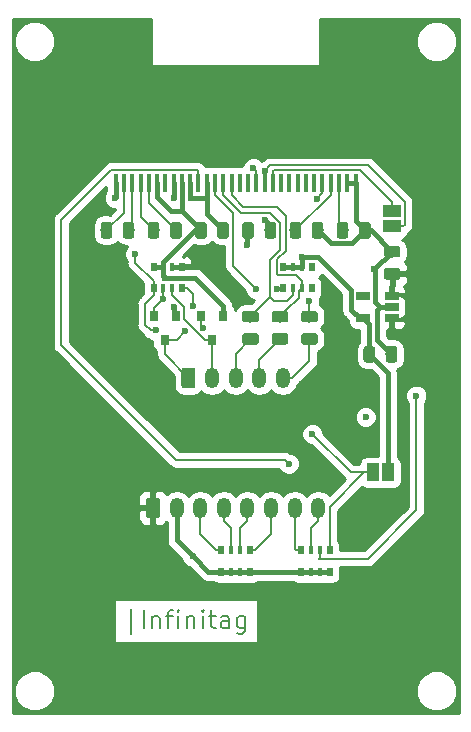
<source format=gbr>
G04 #@! TF.GenerationSoftware,KiCad,Pcbnew,(5.0.2)-1*
G04 #@! TF.CreationDate,2019-03-24T20:45:22+01:00*
G04 #@! TF.ProjectId,TaggerKeypadDisplay,54616767-6572-44b6-9579-706164446973,rev?*
G04 #@! TF.SameCoordinates,Original*
G04 #@! TF.FileFunction,Copper,L1,Top*
G04 #@! TF.FilePolarity,Positive*
%FSLAX46Y46*%
G04 Gerber Fmt 4.6, Leading zero omitted, Abs format (unit mm)*
G04 Created by KiCad (PCBNEW (5.0.2)-1) date 24.03.2019 20:45:22*
%MOMM*%
%LPD*%
G01*
G04 APERTURE LIST*
G04 #@! TA.AperFunction,NonConductor*
%ADD10C,0.200000*%
G04 #@! TD*
G04 #@! TA.AperFunction,Conductor*
%ADD11C,0.100000*%
G04 #@! TD*
G04 #@! TA.AperFunction,SMDPad,CuDef*
%ADD12C,0.975000*%
G04 #@! TD*
G04 #@! TA.AperFunction,ComponentPad*
%ADD13C,1.200000*%
G04 #@! TD*
G04 #@! TA.AperFunction,ComponentPad*
%ADD14O,1.200000X1.750000*%
G04 #@! TD*
G04 #@! TA.AperFunction,SMDPad,CuDef*
%ADD15R,1.000000X1.500000*%
G04 #@! TD*
G04 #@! TA.AperFunction,SMDPad,CuDef*
%ADD16R,1.500000X1.000000*%
G04 #@! TD*
G04 #@! TA.AperFunction,SMDPad,CuDef*
%ADD17R,0.800000X0.900000*%
G04 #@! TD*
G04 #@! TA.AperFunction,SMDPad,CuDef*
%ADD18R,0.500000X0.800000*%
G04 #@! TD*
G04 #@! TA.AperFunction,SMDPad,CuDef*
%ADD19R,0.400000X0.800000*%
G04 #@! TD*
G04 #@! TA.AperFunction,SMDPad,CuDef*
%ADD20R,1.170000X0.670000*%
G04 #@! TD*
G04 #@! TA.AperFunction,SMDPad,CuDef*
%ADD21R,0.350000X1.600000*%
G04 #@! TD*
G04 #@! TA.AperFunction,ViaPad*
%ADD22C,0.600000*%
G04 #@! TD*
G04 #@! TA.AperFunction,Conductor*
%ADD23C,0.400000*%
G04 #@! TD*
G04 #@! TA.AperFunction,Conductor*
%ADD24C,0.200000*%
G04 #@! TD*
G04 #@! TA.AperFunction,Conductor*
%ADD25C,0.254000*%
G04 #@! TD*
G04 APERTURE END LIST*
D10*
X40157142Y-82178571D02*
X40157142Y-80035714D01*
X41228571Y-81678571D02*
X41228571Y-80178571D01*
X41942857Y-80678571D02*
X41942857Y-81678571D01*
X41942857Y-80821428D02*
X42014285Y-80750000D01*
X42157142Y-80678571D01*
X42371428Y-80678571D01*
X42514285Y-80750000D01*
X42585714Y-80892857D01*
X42585714Y-81678571D01*
X43085714Y-80678571D02*
X43657142Y-80678571D01*
X43300000Y-81678571D02*
X43300000Y-80392857D01*
X43371428Y-80250000D01*
X43514285Y-80178571D01*
X43657142Y-80178571D01*
X44157142Y-81678571D02*
X44157142Y-80678571D01*
X44157142Y-80178571D02*
X44085714Y-80250000D01*
X44157142Y-80321428D01*
X44228571Y-80250000D01*
X44157142Y-80178571D01*
X44157142Y-80321428D01*
X44871428Y-80678571D02*
X44871428Y-81678571D01*
X44871428Y-80821428D02*
X44942857Y-80750000D01*
X45085714Y-80678571D01*
X45300000Y-80678571D01*
X45442857Y-80750000D01*
X45514285Y-80892857D01*
X45514285Y-81678571D01*
X46228571Y-81678571D02*
X46228571Y-80678571D01*
X46228571Y-80178571D02*
X46157142Y-80250000D01*
X46228571Y-80321428D01*
X46300000Y-80250000D01*
X46228571Y-80178571D01*
X46228571Y-80321428D01*
X46728571Y-80678571D02*
X47300000Y-80678571D01*
X46942857Y-80178571D02*
X46942857Y-81464285D01*
X47014285Y-81607142D01*
X47157142Y-81678571D01*
X47300000Y-81678571D01*
X48442857Y-81678571D02*
X48442857Y-80892857D01*
X48371428Y-80750000D01*
X48228571Y-80678571D01*
X47942857Y-80678571D01*
X47800000Y-80750000D01*
X48442857Y-81607142D02*
X48300000Y-81678571D01*
X47942857Y-81678571D01*
X47800000Y-81607142D01*
X47728571Y-81464285D01*
X47728571Y-81321428D01*
X47800000Y-81178571D01*
X47942857Y-81107142D01*
X48300000Y-81107142D01*
X48442857Y-81035714D01*
X49800000Y-80678571D02*
X49800000Y-81892857D01*
X49728571Y-82035714D01*
X49657142Y-82107142D01*
X49514285Y-82178571D01*
X49300000Y-82178571D01*
X49157142Y-82107142D01*
X49800000Y-81607142D02*
X49657142Y-81678571D01*
X49371428Y-81678571D01*
X49228571Y-81607142D01*
X49157142Y-81535714D01*
X49085714Y-81392857D01*
X49085714Y-80964285D01*
X49157142Y-80821428D01*
X49228571Y-80750000D01*
X49371428Y-80678571D01*
X49657142Y-80678571D01*
X49800000Y-80750000D01*
D11*
G04 #@! TO.N,GND*
G04 #@! TO.C,C1*
G36*
X62730142Y-49326174D02*
X62753803Y-49329684D01*
X62777007Y-49335496D01*
X62799529Y-49343554D01*
X62821153Y-49353782D01*
X62841670Y-49366079D01*
X62860883Y-49380329D01*
X62878607Y-49396393D01*
X62894671Y-49414117D01*
X62908921Y-49433330D01*
X62921218Y-49453847D01*
X62931446Y-49475471D01*
X62939504Y-49497993D01*
X62945316Y-49521197D01*
X62948826Y-49544858D01*
X62950000Y-49568750D01*
X62950000Y-50056250D01*
X62948826Y-50080142D01*
X62945316Y-50103803D01*
X62939504Y-50127007D01*
X62931446Y-50149529D01*
X62921218Y-50171153D01*
X62908921Y-50191670D01*
X62894671Y-50210883D01*
X62878607Y-50228607D01*
X62860883Y-50244671D01*
X62841670Y-50258921D01*
X62821153Y-50271218D01*
X62799529Y-50281446D01*
X62777007Y-50289504D01*
X62753803Y-50295316D01*
X62730142Y-50298826D01*
X62706250Y-50300000D01*
X61793750Y-50300000D01*
X61769858Y-50298826D01*
X61746197Y-50295316D01*
X61722993Y-50289504D01*
X61700471Y-50281446D01*
X61678847Y-50271218D01*
X61658330Y-50258921D01*
X61639117Y-50244671D01*
X61621393Y-50228607D01*
X61605329Y-50210883D01*
X61591079Y-50191670D01*
X61578782Y-50171153D01*
X61568554Y-50149529D01*
X61560496Y-50127007D01*
X61554684Y-50103803D01*
X61551174Y-50080142D01*
X61550000Y-50056250D01*
X61550000Y-49568750D01*
X61551174Y-49544858D01*
X61554684Y-49521197D01*
X61560496Y-49497993D01*
X61568554Y-49475471D01*
X61578782Y-49453847D01*
X61591079Y-49433330D01*
X61605329Y-49414117D01*
X61621393Y-49396393D01*
X61639117Y-49380329D01*
X61658330Y-49366079D01*
X61678847Y-49353782D01*
X61700471Y-49343554D01*
X61722993Y-49335496D01*
X61746197Y-49329684D01*
X61769858Y-49326174D01*
X61793750Y-49325000D01*
X62706250Y-49325000D01*
X62730142Y-49326174D01*
X62730142Y-49326174D01*
G37*
D12*
G04 #@! TD*
G04 #@! TO.P,C1,2*
G04 #@! TO.N,GND*
X62250000Y-49812500D03*
D11*
G04 #@! TO.N,+5V*
G04 #@! TO.C,C1*
G36*
X62730142Y-51201174D02*
X62753803Y-51204684D01*
X62777007Y-51210496D01*
X62799529Y-51218554D01*
X62821153Y-51228782D01*
X62841670Y-51241079D01*
X62860883Y-51255329D01*
X62878607Y-51271393D01*
X62894671Y-51289117D01*
X62908921Y-51308330D01*
X62921218Y-51328847D01*
X62931446Y-51350471D01*
X62939504Y-51372993D01*
X62945316Y-51396197D01*
X62948826Y-51419858D01*
X62950000Y-51443750D01*
X62950000Y-51931250D01*
X62948826Y-51955142D01*
X62945316Y-51978803D01*
X62939504Y-52002007D01*
X62931446Y-52024529D01*
X62921218Y-52046153D01*
X62908921Y-52066670D01*
X62894671Y-52085883D01*
X62878607Y-52103607D01*
X62860883Y-52119671D01*
X62841670Y-52133921D01*
X62821153Y-52146218D01*
X62799529Y-52156446D01*
X62777007Y-52164504D01*
X62753803Y-52170316D01*
X62730142Y-52173826D01*
X62706250Y-52175000D01*
X61793750Y-52175000D01*
X61769858Y-52173826D01*
X61746197Y-52170316D01*
X61722993Y-52164504D01*
X61700471Y-52156446D01*
X61678847Y-52146218D01*
X61658330Y-52133921D01*
X61639117Y-52119671D01*
X61621393Y-52103607D01*
X61605329Y-52085883D01*
X61591079Y-52066670D01*
X61578782Y-52046153D01*
X61568554Y-52024529D01*
X61560496Y-52002007D01*
X61554684Y-51978803D01*
X61551174Y-51955142D01*
X61550000Y-51931250D01*
X61550000Y-51443750D01*
X61551174Y-51419858D01*
X61554684Y-51396197D01*
X61560496Y-51372993D01*
X61568554Y-51350471D01*
X61578782Y-51328847D01*
X61591079Y-51308330D01*
X61605329Y-51289117D01*
X61621393Y-51271393D01*
X61639117Y-51255329D01*
X61658330Y-51241079D01*
X61678847Y-51228782D01*
X61700471Y-51218554D01*
X61722993Y-51210496D01*
X61746197Y-51204684D01*
X61769858Y-51201174D01*
X61793750Y-51200000D01*
X62706250Y-51200000D01*
X62730142Y-51201174D01*
X62730142Y-51201174D01*
G37*
D12*
G04 #@! TD*
G04 #@! TO.P,C1,1*
G04 #@! TO.N,+5V*
X62250000Y-51687500D03*
D11*
G04 #@! TO.N,+3V3*
G04 #@! TO.C,C2*
G36*
X60580142Y-57801174D02*
X60603803Y-57804684D01*
X60627007Y-57810496D01*
X60649529Y-57818554D01*
X60671153Y-57828782D01*
X60691670Y-57841079D01*
X60710883Y-57855329D01*
X60728607Y-57871393D01*
X60744671Y-57889117D01*
X60758921Y-57908330D01*
X60771218Y-57928847D01*
X60781446Y-57950471D01*
X60789504Y-57972993D01*
X60795316Y-57996197D01*
X60798826Y-58019858D01*
X60800000Y-58043750D01*
X60800000Y-58956250D01*
X60798826Y-58980142D01*
X60795316Y-59003803D01*
X60789504Y-59027007D01*
X60781446Y-59049529D01*
X60771218Y-59071153D01*
X60758921Y-59091670D01*
X60744671Y-59110883D01*
X60728607Y-59128607D01*
X60710883Y-59144671D01*
X60691670Y-59158921D01*
X60671153Y-59171218D01*
X60649529Y-59181446D01*
X60627007Y-59189504D01*
X60603803Y-59195316D01*
X60580142Y-59198826D01*
X60556250Y-59200000D01*
X60068750Y-59200000D01*
X60044858Y-59198826D01*
X60021197Y-59195316D01*
X59997993Y-59189504D01*
X59975471Y-59181446D01*
X59953847Y-59171218D01*
X59933330Y-59158921D01*
X59914117Y-59144671D01*
X59896393Y-59128607D01*
X59880329Y-59110883D01*
X59866079Y-59091670D01*
X59853782Y-59071153D01*
X59843554Y-59049529D01*
X59835496Y-59027007D01*
X59829684Y-59003803D01*
X59826174Y-58980142D01*
X59825000Y-58956250D01*
X59825000Y-58043750D01*
X59826174Y-58019858D01*
X59829684Y-57996197D01*
X59835496Y-57972993D01*
X59843554Y-57950471D01*
X59853782Y-57928847D01*
X59866079Y-57908330D01*
X59880329Y-57889117D01*
X59896393Y-57871393D01*
X59914117Y-57855329D01*
X59933330Y-57841079D01*
X59953847Y-57828782D01*
X59975471Y-57818554D01*
X59997993Y-57810496D01*
X60021197Y-57804684D01*
X60044858Y-57801174D01*
X60068750Y-57800000D01*
X60556250Y-57800000D01*
X60580142Y-57801174D01*
X60580142Y-57801174D01*
G37*
D12*
G04 #@! TD*
G04 #@! TO.P,C2,1*
G04 #@! TO.N,+3V3*
X60312500Y-58500000D03*
D11*
G04 #@! TO.N,GND*
G04 #@! TO.C,C2*
G36*
X62455142Y-57801174D02*
X62478803Y-57804684D01*
X62502007Y-57810496D01*
X62524529Y-57818554D01*
X62546153Y-57828782D01*
X62566670Y-57841079D01*
X62585883Y-57855329D01*
X62603607Y-57871393D01*
X62619671Y-57889117D01*
X62633921Y-57908330D01*
X62646218Y-57928847D01*
X62656446Y-57950471D01*
X62664504Y-57972993D01*
X62670316Y-57996197D01*
X62673826Y-58019858D01*
X62675000Y-58043750D01*
X62675000Y-58956250D01*
X62673826Y-58980142D01*
X62670316Y-59003803D01*
X62664504Y-59027007D01*
X62656446Y-59049529D01*
X62646218Y-59071153D01*
X62633921Y-59091670D01*
X62619671Y-59110883D01*
X62603607Y-59128607D01*
X62585883Y-59144671D01*
X62566670Y-59158921D01*
X62546153Y-59171218D01*
X62524529Y-59181446D01*
X62502007Y-59189504D01*
X62478803Y-59195316D01*
X62455142Y-59198826D01*
X62431250Y-59200000D01*
X61943750Y-59200000D01*
X61919858Y-59198826D01*
X61896197Y-59195316D01*
X61872993Y-59189504D01*
X61850471Y-59181446D01*
X61828847Y-59171218D01*
X61808330Y-59158921D01*
X61789117Y-59144671D01*
X61771393Y-59128607D01*
X61755329Y-59110883D01*
X61741079Y-59091670D01*
X61728782Y-59071153D01*
X61718554Y-59049529D01*
X61710496Y-59027007D01*
X61704684Y-59003803D01*
X61701174Y-58980142D01*
X61700000Y-58956250D01*
X61700000Y-58043750D01*
X61701174Y-58019858D01*
X61704684Y-57996197D01*
X61710496Y-57972993D01*
X61718554Y-57950471D01*
X61728782Y-57928847D01*
X61741079Y-57908330D01*
X61755329Y-57889117D01*
X61771393Y-57871393D01*
X61789117Y-57855329D01*
X61808330Y-57841079D01*
X61828847Y-57828782D01*
X61850471Y-57818554D01*
X61872993Y-57810496D01*
X61896197Y-57804684D01*
X61919858Y-57801174D01*
X61943750Y-57800000D01*
X62431250Y-57800000D01*
X62455142Y-57801174D01*
X62455142Y-57801174D01*
G37*
D12*
G04 #@! TD*
G04 #@! TO.P,C2,2*
G04 #@! TO.N,GND*
X62187500Y-58500000D03*
D11*
G04 #@! TO.N,Net-(C3-Pad2)*
G04 #@! TO.C,C3*
G36*
X40205142Y-47301174D02*
X40228803Y-47304684D01*
X40252007Y-47310496D01*
X40274529Y-47318554D01*
X40296153Y-47328782D01*
X40316670Y-47341079D01*
X40335883Y-47355329D01*
X40353607Y-47371393D01*
X40369671Y-47389117D01*
X40383921Y-47408330D01*
X40396218Y-47428847D01*
X40406446Y-47450471D01*
X40414504Y-47472993D01*
X40420316Y-47496197D01*
X40423826Y-47519858D01*
X40425000Y-47543750D01*
X40425000Y-48456250D01*
X40423826Y-48480142D01*
X40420316Y-48503803D01*
X40414504Y-48527007D01*
X40406446Y-48549529D01*
X40396218Y-48571153D01*
X40383921Y-48591670D01*
X40369671Y-48610883D01*
X40353607Y-48628607D01*
X40335883Y-48644671D01*
X40316670Y-48658921D01*
X40296153Y-48671218D01*
X40274529Y-48681446D01*
X40252007Y-48689504D01*
X40228803Y-48695316D01*
X40205142Y-48698826D01*
X40181250Y-48700000D01*
X39693750Y-48700000D01*
X39669858Y-48698826D01*
X39646197Y-48695316D01*
X39622993Y-48689504D01*
X39600471Y-48681446D01*
X39578847Y-48671218D01*
X39558330Y-48658921D01*
X39539117Y-48644671D01*
X39521393Y-48628607D01*
X39505329Y-48610883D01*
X39491079Y-48591670D01*
X39478782Y-48571153D01*
X39468554Y-48549529D01*
X39460496Y-48527007D01*
X39454684Y-48503803D01*
X39451174Y-48480142D01*
X39450000Y-48456250D01*
X39450000Y-47543750D01*
X39451174Y-47519858D01*
X39454684Y-47496197D01*
X39460496Y-47472993D01*
X39468554Y-47450471D01*
X39478782Y-47428847D01*
X39491079Y-47408330D01*
X39505329Y-47389117D01*
X39521393Y-47371393D01*
X39539117Y-47355329D01*
X39558330Y-47341079D01*
X39578847Y-47328782D01*
X39600471Y-47318554D01*
X39622993Y-47310496D01*
X39646197Y-47304684D01*
X39669858Y-47301174D01*
X39693750Y-47300000D01*
X40181250Y-47300000D01*
X40205142Y-47301174D01*
X40205142Y-47301174D01*
G37*
D12*
G04 #@! TD*
G04 #@! TO.P,C3,2*
G04 #@! TO.N,Net-(C3-Pad2)*
X39937500Y-48000000D03*
D11*
G04 #@! TO.N,Net-(C3-Pad1)*
G04 #@! TO.C,C3*
G36*
X38330142Y-47301174D02*
X38353803Y-47304684D01*
X38377007Y-47310496D01*
X38399529Y-47318554D01*
X38421153Y-47328782D01*
X38441670Y-47341079D01*
X38460883Y-47355329D01*
X38478607Y-47371393D01*
X38494671Y-47389117D01*
X38508921Y-47408330D01*
X38521218Y-47428847D01*
X38531446Y-47450471D01*
X38539504Y-47472993D01*
X38545316Y-47496197D01*
X38548826Y-47519858D01*
X38550000Y-47543750D01*
X38550000Y-48456250D01*
X38548826Y-48480142D01*
X38545316Y-48503803D01*
X38539504Y-48527007D01*
X38531446Y-48549529D01*
X38521218Y-48571153D01*
X38508921Y-48591670D01*
X38494671Y-48610883D01*
X38478607Y-48628607D01*
X38460883Y-48644671D01*
X38441670Y-48658921D01*
X38421153Y-48671218D01*
X38399529Y-48681446D01*
X38377007Y-48689504D01*
X38353803Y-48695316D01*
X38330142Y-48698826D01*
X38306250Y-48700000D01*
X37818750Y-48700000D01*
X37794858Y-48698826D01*
X37771197Y-48695316D01*
X37747993Y-48689504D01*
X37725471Y-48681446D01*
X37703847Y-48671218D01*
X37683330Y-48658921D01*
X37664117Y-48644671D01*
X37646393Y-48628607D01*
X37630329Y-48610883D01*
X37616079Y-48591670D01*
X37603782Y-48571153D01*
X37593554Y-48549529D01*
X37585496Y-48527007D01*
X37579684Y-48503803D01*
X37576174Y-48480142D01*
X37575000Y-48456250D01*
X37575000Y-47543750D01*
X37576174Y-47519858D01*
X37579684Y-47496197D01*
X37585496Y-47472993D01*
X37593554Y-47450471D01*
X37603782Y-47428847D01*
X37616079Y-47408330D01*
X37630329Y-47389117D01*
X37646393Y-47371393D01*
X37664117Y-47355329D01*
X37683330Y-47341079D01*
X37703847Y-47328782D01*
X37725471Y-47318554D01*
X37747993Y-47310496D01*
X37771197Y-47304684D01*
X37794858Y-47301174D01*
X37818750Y-47300000D01*
X38306250Y-47300000D01*
X38330142Y-47301174D01*
X38330142Y-47301174D01*
G37*
D12*
G04 #@! TD*
G04 #@! TO.P,C3,1*
G04 #@! TO.N,Net-(C3-Pad1)*
X38062500Y-48000000D03*
D11*
G04 #@! TO.N,Net-(C4-Pad1)*
G04 #@! TO.C,C4*
G36*
X42330142Y-47301174D02*
X42353803Y-47304684D01*
X42377007Y-47310496D01*
X42399529Y-47318554D01*
X42421153Y-47328782D01*
X42441670Y-47341079D01*
X42460883Y-47355329D01*
X42478607Y-47371393D01*
X42494671Y-47389117D01*
X42508921Y-47408330D01*
X42521218Y-47428847D01*
X42531446Y-47450471D01*
X42539504Y-47472993D01*
X42545316Y-47496197D01*
X42548826Y-47519858D01*
X42550000Y-47543750D01*
X42550000Y-48456250D01*
X42548826Y-48480142D01*
X42545316Y-48503803D01*
X42539504Y-48527007D01*
X42531446Y-48549529D01*
X42521218Y-48571153D01*
X42508921Y-48591670D01*
X42494671Y-48610883D01*
X42478607Y-48628607D01*
X42460883Y-48644671D01*
X42441670Y-48658921D01*
X42421153Y-48671218D01*
X42399529Y-48681446D01*
X42377007Y-48689504D01*
X42353803Y-48695316D01*
X42330142Y-48698826D01*
X42306250Y-48700000D01*
X41818750Y-48700000D01*
X41794858Y-48698826D01*
X41771197Y-48695316D01*
X41747993Y-48689504D01*
X41725471Y-48681446D01*
X41703847Y-48671218D01*
X41683330Y-48658921D01*
X41664117Y-48644671D01*
X41646393Y-48628607D01*
X41630329Y-48610883D01*
X41616079Y-48591670D01*
X41603782Y-48571153D01*
X41593554Y-48549529D01*
X41585496Y-48527007D01*
X41579684Y-48503803D01*
X41576174Y-48480142D01*
X41575000Y-48456250D01*
X41575000Y-47543750D01*
X41576174Y-47519858D01*
X41579684Y-47496197D01*
X41585496Y-47472993D01*
X41593554Y-47450471D01*
X41603782Y-47428847D01*
X41616079Y-47408330D01*
X41630329Y-47389117D01*
X41646393Y-47371393D01*
X41664117Y-47355329D01*
X41683330Y-47341079D01*
X41703847Y-47328782D01*
X41725471Y-47318554D01*
X41747993Y-47310496D01*
X41771197Y-47304684D01*
X41794858Y-47301174D01*
X41818750Y-47300000D01*
X42306250Y-47300000D01*
X42330142Y-47301174D01*
X42330142Y-47301174D01*
G37*
D12*
G04 #@! TD*
G04 #@! TO.P,C4,1*
G04 #@! TO.N,Net-(C4-Pad1)*
X42062500Y-48000000D03*
D11*
G04 #@! TO.N,Net-(C4-Pad2)*
G04 #@! TO.C,C4*
G36*
X44205142Y-47301174D02*
X44228803Y-47304684D01*
X44252007Y-47310496D01*
X44274529Y-47318554D01*
X44296153Y-47328782D01*
X44316670Y-47341079D01*
X44335883Y-47355329D01*
X44353607Y-47371393D01*
X44369671Y-47389117D01*
X44383921Y-47408330D01*
X44396218Y-47428847D01*
X44406446Y-47450471D01*
X44414504Y-47472993D01*
X44420316Y-47496197D01*
X44423826Y-47519858D01*
X44425000Y-47543750D01*
X44425000Y-48456250D01*
X44423826Y-48480142D01*
X44420316Y-48503803D01*
X44414504Y-48527007D01*
X44406446Y-48549529D01*
X44396218Y-48571153D01*
X44383921Y-48591670D01*
X44369671Y-48610883D01*
X44353607Y-48628607D01*
X44335883Y-48644671D01*
X44316670Y-48658921D01*
X44296153Y-48671218D01*
X44274529Y-48681446D01*
X44252007Y-48689504D01*
X44228803Y-48695316D01*
X44205142Y-48698826D01*
X44181250Y-48700000D01*
X43693750Y-48700000D01*
X43669858Y-48698826D01*
X43646197Y-48695316D01*
X43622993Y-48689504D01*
X43600471Y-48681446D01*
X43578847Y-48671218D01*
X43558330Y-48658921D01*
X43539117Y-48644671D01*
X43521393Y-48628607D01*
X43505329Y-48610883D01*
X43491079Y-48591670D01*
X43478782Y-48571153D01*
X43468554Y-48549529D01*
X43460496Y-48527007D01*
X43454684Y-48503803D01*
X43451174Y-48480142D01*
X43450000Y-48456250D01*
X43450000Y-47543750D01*
X43451174Y-47519858D01*
X43454684Y-47496197D01*
X43460496Y-47472993D01*
X43468554Y-47450471D01*
X43478782Y-47428847D01*
X43491079Y-47408330D01*
X43505329Y-47389117D01*
X43521393Y-47371393D01*
X43539117Y-47355329D01*
X43558330Y-47341079D01*
X43578847Y-47328782D01*
X43600471Y-47318554D01*
X43622993Y-47310496D01*
X43646197Y-47304684D01*
X43669858Y-47301174D01*
X43693750Y-47300000D01*
X44181250Y-47300000D01*
X44205142Y-47301174D01*
X44205142Y-47301174D01*
G37*
D12*
G04 #@! TD*
G04 #@! TO.P,C4,2*
G04 #@! TO.N,Net-(C4-Pad2)*
X43937500Y-48000000D03*
D11*
G04 #@! TO.N,GND*
G04 #@! TO.C,C5*
G36*
X48205142Y-47301174D02*
X48228803Y-47304684D01*
X48252007Y-47310496D01*
X48274529Y-47318554D01*
X48296153Y-47328782D01*
X48316670Y-47341079D01*
X48335883Y-47355329D01*
X48353607Y-47371393D01*
X48369671Y-47389117D01*
X48383921Y-47408330D01*
X48396218Y-47428847D01*
X48406446Y-47450471D01*
X48414504Y-47472993D01*
X48420316Y-47496197D01*
X48423826Y-47519858D01*
X48425000Y-47543750D01*
X48425000Y-48456250D01*
X48423826Y-48480142D01*
X48420316Y-48503803D01*
X48414504Y-48527007D01*
X48406446Y-48549529D01*
X48396218Y-48571153D01*
X48383921Y-48591670D01*
X48369671Y-48610883D01*
X48353607Y-48628607D01*
X48335883Y-48644671D01*
X48316670Y-48658921D01*
X48296153Y-48671218D01*
X48274529Y-48681446D01*
X48252007Y-48689504D01*
X48228803Y-48695316D01*
X48205142Y-48698826D01*
X48181250Y-48700000D01*
X47693750Y-48700000D01*
X47669858Y-48698826D01*
X47646197Y-48695316D01*
X47622993Y-48689504D01*
X47600471Y-48681446D01*
X47578847Y-48671218D01*
X47558330Y-48658921D01*
X47539117Y-48644671D01*
X47521393Y-48628607D01*
X47505329Y-48610883D01*
X47491079Y-48591670D01*
X47478782Y-48571153D01*
X47468554Y-48549529D01*
X47460496Y-48527007D01*
X47454684Y-48503803D01*
X47451174Y-48480142D01*
X47450000Y-48456250D01*
X47450000Y-47543750D01*
X47451174Y-47519858D01*
X47454684Y-47496197D01*
X47460496Y-47472993D01*
X47468554Y-47450471D01*
X47478782Y-47428847D01*
X47491079Y-47408330D01*
X47505329Y-47389117D01*
X47521393Y-47371393D01*
X47539117Y-47355329D01*
X47558330Y-47341079D01*
X47578847Y-47328782D01*
X47600471Y-47318554D01*
X47622993Y-47310496D01*
X47646197Y-47304684D01*
X47669858Y-47301174D01*
X47693750Y-47300000D01*
X48181250Y-47300000D01*
X48205142Y-47301174D01*
X48205142Y-47301174D01*
G37*
D12*
G04 #@! TD*
G04 #@! TO.P,C5,2*
G04 #@! TO.N,GND*
X47937500Y-48000000D03*
D11*
G04 #@! TO.N,+3V3*
G04 #@! TO.C,C5*
G36*
X46330142Y-47301174D02*
X46353803Y-47304684D01*
X46377007Y-47310496D01*
X46399529Y-47318554D01*
X46421153Y-47328782D01*
X46441670Y-47341079D01*
X46460883Y-47355329D01*
X46478607Y-47371393D01*
X46494671Y-47389117D01*
X46508921Y-47408330D01*
X46521218Y-47428847D01*
X46531446Y-47450471D01*
X46539504Y-47472993D01*
X46545316Y-47496197D01*
X46548826Y-47519858D01*
X46550000Y-47543750D01*
X46550000Y-48456250D01*
X46548826Y-48480142D01*
X46545316Y-48503803D01*
X46539504Y-48527007D01*
X46531446Y-48549529D01*
X46521218Y-48571153D01*
X46508921Y-48591670D01*
X46494671Y-48610883D01*
X46478607Y-48628607D01*
X46460883Y-48644671D01*
X46441670Y-48658921D01*
X46421153Y-48671218D01*
X46399529Y-48681446D01*
X46377007Y-48689504D01*
X46353803Y-48695316D01*
X46330142Y-48698826D01*
X46306250Y-48700000D01*
X45818750Y-48700000D01*
X45794858Y-48698826D01*
X45771197Y-48695316D01*
X45747993Y-48689504D01*
X45725471Y-48681446D01*
X45703847Y-48671218D01*
X45683330Y-48658921D01*
X45664117Y-48644671D01*
X45646393Y-48628607D01*
X45630329Y-48610883D01*
X45616079Y-48591670D01*
X45603782Y-48571153D01*
X45593554Y-48549529D01*
X45585496Y-48527007D01*
X45579684Y-48503803D01*
X45576174Y-48480142D01*
X45575000Y-48456250D01*
X45575000Y-47543750D01*
X45576174Y-47519858D01*
X45579684Y-47496197D01*
X45585496Y-47472993D01*
X45593554Y-47450471D01*
X45603782Y-47428847D01*
X45616079Y-47408330D01*
X45630329Y-47389117D01*
X45646393Y-47371393D01*
X45664117Y-47355329D01*
X45683330Y-47341079D01*
X45703847Y-47328782D01*
X45725471Y-47318554D01*
X45747993Y-47310496D01*
X45771197Y-47304684D01*
X45794858Y-47301174D01*
X45818750Y-47300000D01*
X46306250Y-47300000D01*
X46330142Y-47301174D01*
X46330142Y-47301174D01*
G37*
D12*
G04 #@! TD*
G04 #@! TO.P,C5,1*
G04 #@! TO.N,+3V3*
X46062500Y-48000000D03*
D11*
G04 #@! TO.N,+3V3*
G04 #@! TO.C,C6*
G36*
X50330142Y-47301174D02*
X50353803Y-47304684D01*
X50377007Y-47310496D01*
X50399529Y-47318554D01*
X50421153Y-47328782D01*
X50441670Y-47341079D01*
X50460883Y-47355329D01*
X50478607Y-47371393D01*
X50494671Y-47389117D01*
X50508921Y-47408330D01*
X50521218Y-47428847D01*
X50531446Y-47450471D01*
X50539504Y-47472993D01*
X50545316Y-47496197D01*
X50548826Y-47519858D01*
X50550000Y-47543750D01*
X50550000Y-48456250D01*
X50548826Y-48480142D01*
X50545316Y-48503803D01*
X50539504Y-48527007D01*
X50531446Y-48549529D01*
X50521218Y-48571153D01*
X50508921Y-48591670D01*
X50494671Y-48610883D01*
X50478607Y-48628607D01*
X50460883Y-48644671D01*
X50441670Y-48658921D01*
X50421153Y-48671218D01*
X50399529Y-48681446D01*
X50377007Y-48689504D01*
X50353803Y-48695316D01*
X50330142Y-48698826D01*
X50306250Y-48700000D01*
X49818750Y-48700000D01*
X49794858Y-48698826D01*
X49771197Y-48695316D01*
X49747993Y-48689504D01*
X49725471Y-48681446D01*
X49703847Y-48671218D01*
X49683330Y-48658921D01*
X49664117Y-48644671D01*
X49646393Y-48628607D01*
X49630329Y-48610883D01*
X49616079Y-48591670D01*
X49603782Y-48571153D01*
X49593554Y-48549529D01*
X49585496Y-48527007D01*
X49579684Y-48503803D01*
X49576174Y-48480142D01*
X49575000Y-48456250D01*
X49575000Y-47543750D01*
X49576174Y-47519858D01*
X49579684Y-47496197D01*
X49585496Y-47472993D01*
X49593554Y-47450471D01*
X49603782Y-47428847D01*
X49616079Y-47408330D01*
X49630329Y-47389117D01*
X49646393Y-47371393D01*
X49664117Y-47355329D01*
X49683330Y-47341079D01*
X49703847Y-47328782D01*
X49725471Y-47318554D01*
X49747993Y-47310496D01*
X49771197Y-47304684D01*
X49794858Y-47301174D01*
X49818750Y-47300000D01*
X50306250Y-47300000D01*
X50330142Y-47301174D01*
X50330142Y-47301174D01*
G37*
D12*
G04 #@! TD*
G04 #@! TO.P,C6,1*
G04 #@! TO.N,+3V3*
X50062500Y-48000000D03*
D11*
G04 #@! TO.N,GND*
G04 #@! TO.C,C6*
G36*
X52205142Y-47301174D02*
X52228803Y-47304684D01*
X52252007Y-47310496D01*
X52274529Y-47318554D01*
X52296153Y-47328782D01*
X52316670Y-47341079D01*
X52335883Y-47355329D01*
X52353607Y-47371393D01*
X52369671Y-47389117D01*
X52383921Y-47408330D01*
X52396218Y-47428847D01*
X52406446Y-47450471D01*
X52414504Y-47472993D01*
X52420316Y-47496197D01*
X52423826Y-47519858D01*
X52425000Y-47543750D01*
X52425000Y-48456250D01*
X52423826Y-48480142D01*
X52420316Y-48503803D01*
X52414504Y-48527007D01*
X52406446Y-48549529D01*
X52396218Y-48571153D01*
X52383921Y-48591670D01*
X52369671Y-48610883D01*
X52353607Y-48628607D01*
X52335883Y-48644671D01*
X52316670Y-48658921D01*
X52296153Y-48671218D01*
X52274529Y-48681446D01*
X52252007Y-48689504D01*
X52228803Y-48695316D01*
X52205142Y-48698826D01*
X52181250Y-48700000D01*
X51693750Y-48700000D01*
X51669858Y-48698826D01*
X51646197Y-48695316D01*
X51622993Y-48689504D01*
X51600471Y-48681446D01*
X51578847Y-48671218D01*
X51558330Y-48658921D01*
X51539117Y-48644671D01*
X51521393Y-48628607D01*
X51505329Y-48610883D01*
X51491079Y-48591670D01*
X51478782Y-48571153D01*
X51468554Y-48549529D01*
X51460496Y-48527007D01*
X51454684Y-48503803D01*
X51451174Y-48480142D01*
X51450000Y-48456250D01*
X51450000Y-47543750D01*
X51451174Y-47519858D01*
X51454684Y-47496197D01*
X51460496Y-47472993D01*
X51468554Y-47450471D01*
X51478782Y-47428847D01*
X51491079Y-47408330D01*
X51505329Y-47389117D01*
X51521393Y-47371393D01*
X51539117Y-47355329D01*
X51558330Y-47341079D01*
X51578847Y-47328782D01*
X51600471Y-47318554D01*
X51622993Y-47310496D01*
X51646197Y-47304684D01*
X51669858Y-47301174D01*
X51693750Y-47300000D01*
X52181250Y-47300000D01*
X52205142Y-47301174D01*
X52205142Y-47301174D01*
G37*
D12*
G04 #@! TD*
G04 #@! TO.P,C6,2*
G04 #@! TO.N,GND*
X51937500Y-48000000D03*
D11*
G04 #@! TO.N,GND*
G04 #@! TO.C,C7*
G36*
X56205142Y-47301174D02*
X56228803Y-47304684D01*
X56252007Y-47310496D01*
X56274529Y-47318554D01*
X56296153Y-47328782D01*
X56316670Y-47341079D01*
X56335883Y-47355329D01*
X56353607Y-47371393D01*
X56369671Y-47389117D01*
X56383921Y-47408330D01*
X56396218Y-47428847D01*
X56406446Y-47450471D01*
X56414504Y-47472993D01*
X56420316Y-47496197D01*
X56423826Y-47519858D01*
X56425000Y-47543750D01*
X56425000Y-48456250D01*
X56423826Y-48480142D01*
X56420316Y-48503803D01*
X56414504Y-48527007D01*
X56406446Y-48549529D01*
X56396218Y-48571153D01*
X56383921Y-48591670D01*
X56369671Y-48610883D01*
X56353607Y-48628607D01*
X56335883Y-48644671D01*
X56316670Y-48658921D01*
X56296153Y-48671218D01*
X56274529Y-48681446D01*
X56252007Y-48689504D01*
X56228803Y-48695316D01*
X56205142Y-48698826D01*
X56181250Y-48700000D01*
X55693750Y-48700000D01*
X55669858Y-48698826D01*
X55646197Y-48695316D01*
X55622993Y-48689504D01*
X55600471Y-48681446D01*
X55578847Y-48671218D01*
X55558330Y-48658921D01*
X55539117Y-48644671D01*
X55521393Y-48628607D01*
X55505329Y-48610883D01*
X55491079Y-48591670D01*
X55478782Y-48571153D01*
X55468554Y-48549529D01*
X55460496Y-48527007D01*
X55454684Y-48503803D01*
X55451174Y-48480142D01*
X55450000Y-48456250D01*
X55450000Y-47543750D01*
X55451174Y-47519858D01*
X55454684Y-47496197D01*
X55460496Y-47472993D01*
X55468554Y-47450471D01*
X55478782Y-47428847D01*
X55491079Y-47408330D01*
X55505329Y-47389117D01*
X55521393Y-47371393D01*
X55539117Y-47355329D01*
X55558330Y-47341079D01*
X55578847Y-47328782D01*
X55600471Y-47318554D01*
X55622993Y-47310496D01*
X55646197Y-47304684D01*
X55669858Y-47301174D01*
X55693750Y-47300000D01*
X56181250Y-47300000D01*
X56205142Y-47301174D01*
X56205142Y-47301174D01*
G37*
D12*
G04 #@! TD*
G04 #@! TO.P,C7,2*
G04 #@! TO.N,GND*
X55937500Y-48000000D03*
D11*
G04 #@! TO.N,Net-(C7-Pad1)*
G04 #@! TO.C,C7*
G36*
X54330142Y-47301174D02*
X54353803Y-47304684D01*
X54377007Y-47310496D01*
X54399529Y-47318554D01*
X54421153Y-47328782D01*
X54441670Y-47341079D01*
X54460883Y-47355329D01*
X54478607Y-47371393D01*
X54494671Y-47389117D01*
X54508921Y-47408330D01*
X54521218Y-47428847D01*
X54531446Y-47450471D01*
X54539504Y-47472993D01*
X54545316Y-47496197D01*
X54548826Y-47519858D01*
X54550000Y-47543750D01*
X54550000Y-48456250D01*
X54548826Y-48480142D01*
X54545316Y-48503803D01*
X54539504Y-48527007D01*
X54531446Y-48549529D01*
X54521218Y-48571153D01*
X54508921Y-48591670D01*
X54494671Y-48610883D01*
X54478607Y-48628607D01*
X54460883Y-48644671D01*
X54441670Y-48658921D01*
X54421153Y-48671218D01*
X54399529Y-48681446D01*
X54377007Y-48689504D01*
X54353803Y-48695316D01*
X54330142Y-48698826D01*
X54306250Y-48700000D01*
X53818750Y-48700000D01*
X53794858Y-48698826D01*
X53771197Y-48695316D01*
X53747993Y-48689504D01*
X53725471Y-48681446D01*
X53703847Y-48671218D01*
X53683330Y-48658921D01*
X53664117Y-48644671D01*
X53646393Y-48628607D01*
X53630329Y-48610883D01*
X53616079Y-48591670D01*
X53603782Y-48571153D01*
X53593554Y-48549529D01*
X53585496Y-48527007D01*
X53579684Y-48503803D01*
X53576174Y-48480142D01*
X53575000Y-48456250D01*
X53575000Y-47543750D01*
X53576174Y-47519858D01*
X53579684Y-47496197D01*
X53585496Y-47472993D01*
X53593554Y-47450471D01*
X53603782Y-47428847D01*
X53616079Y-47408330D01*
X53630329Y-47389117D01*
X53646393Y-47371393D01*
X53664117Y-47355329D01*
X53683330Y-47341079D01*
X53703847Y-47328782D01*
X53725471Y-47318554D01*
X53747993Y-47310496D01*
X53771197Y-47304684D01*
X53794858Y-47301174D01*
X53818750Y-47300000D01*
X54306250Y-47300000D01*
X54330142Y-47301174D01*
X54330142Y-47301174D01*
G37*
D12*
G04 #@! TD*
G04 #@! TO.P,C7,1*
G04 #@! TO.N,Net-(C7-Pad1)*
X54062500Y-48000000D03*
D11*
G04 #@! TO.N,Net-(C8-Pad1)*
G04 #@! TO.C,C8*
G36*
X58330142Y-47301174D02*
X58353803Y-47304684D01*
X58377007Y-47310496D01*
X58399529Y-47318554D01*
X58421153Y-47328782D01*
X58441670Y-47341079D01*
X58460883Y-47355329D01*
X58478607Y-47371393D01*
X58494671Y-47389117D01*
X58508921Y-47408330D01*
X58521218Y-47428847D01*
X58531446Y-47450471D01*
X58539504Y-47472993D01*
X58545316Y-47496197D01*
X58548826Y-47519858D01*
X58550000Y-47543750D01*
X58550000Y-48456250D01*
X58548826Y-48480142D01*
X58545316Y-48503803D01*
X58539504Y-48527007D01*
X58531446Y-48549529D01*
X58521218Y-48571153D01*
X58508921Y-48591670D01*
X58494671Y-48610883D01*
X58478607Y-48628607D01*
X58460883Y-48644671D01*
X58441670Y-48658921D01*
X58421153Y-48671218D01*
X58399529Y-48681446D01*
X58377007Y-48689504D01*
X58353803Y-48695316D01*
X58330142Y-48698826D01*
X58306250Y-48700000D01*
X57818750Y-48700000D01*
X57794858Y-48698826D01*
X57771197Y-48695316D01*
X57747993Y-48689504D01*
X57725471Y-48681446D01*
X57703847Y-48671218D01*
X57683330Y-48658921D01*
X57664117Y-48644671D01*
X57646393Y-48628607D01*
X57630329Y-48610883D01*
X57616079Y-48591670D01*
X57603782Y-48571153D01*
X57593554Y-48549529D01*
X57585496Y-48527007D01*
X57579684Y-48503803D01*
X57576174Y-48480142D01*
X57575000Y-48456250D01*
X57575000Y-47543750D01*
X57576174Y-47519858D01*
X57579684Y-47496197D01*
X57585496Y-47472993D01*
X57593554Y-47450471D01*
X57603782Y-47428847D01*
X57616079Y-47408330D01*
X57630329Y-47389117D01*
X57646393Y-47371393D01*
X57664117Y-47355329D01*
X57683330Y-47341079D01*
X57703847Y-47328782D01*
X57725471Y-47318554D01*
X57747993Y-47310496D01*
X57771197Y-47304684D01*
X57794858Y-47301174D01*
X57818750Y-47300000D01*
X58306250Y-47300000D01*
X58330142Y-47301174D01*
X58330142Y-47301174D01*
G37*
D12*
G04 #@! TD*
G04 #@! TO.P,C8,1*
G04 #@! TO.N,Net-(C8-Pad1)*
X58062500Y-48000000D03*
D11*
G04 #@! TO.N,GND*
G04 #@! TO.C,C8*
G36*
X60205142Y-47301174D02*
X60228803Y-47304684D01*
X60252007Y-47310496D01*
X60274529Y-47318554D01*
X60296153Y-47328782D01*
X60316670Y-47341079D01*
X60335883Y-47355329D01*
X60353607Y-47371393D01*
X60369671Y-47389117D01*
X60383921Y-47408330D01*
X60396218Y-47428847D01*
X60406446Y-47450471D01*
X60414504Y-47472993D01*
X60420316Y-47496197D01*
X60423826Y-47519858D01*
X60425000Y-47543750D01*
X60425000Y-48456250D01*
X60423826Y-48480142D01*
X60420316Y-48503803D01*
X60414504Y-48527007D01*
X60406446Y-48549529D01*
X60396218Y-48571153D01*
X60383921Y-48591670D01*
X60369671Y-48610883D01*
X60353607Y-48628607D01*
X60335883Y-48644671D01*
X60316670Y-48658921D01*
X60296153Y-48671218D01*
X60274529Y-48681446D01*
X60252007Y-48689504D01*
X60228803Y-48695316D01*
X60205142Y-48698826D01*
X60181250Y-48700000D01*
X59693750Y-48700000D01*
X59669858Y-48698826D01*
X59646197Y-48695316D01*
X59622993Y-48689504D01*
X59600471Y-48681446D01*
X59578847Y-48671218D01*
X59558330Y-48658921D01*
X59539117Y-48644671D01*
X59521393Y-48628607D01*
X59505329Y-48610883D01*
X59491079Y-48591670D01*
X59478782Y-48571153D01*
X59468554Y-48549529D01*
X59460496Y-48527007D01*
X59454684Y-48503803D01*
X59451174Y-48480142D01*
X59450000Y-48456250D01*
X59450000Y-47543750D01*
X59451174Y-47519858D01*
X59454684Y-47496197D01*
X59460496Y-47472993D01*
X59468554Y-47450471D01*
X59478782Y-47428847D01*
X59491079Y-47408330D01*
X59505329Y-47389117D01*
X59521393Y-47371393D01*
X59539117Y-47355329D01*
X59558330Y-47341079D01*
X59578847Y-47328782D01*
X59600471Y-47318554D01*
X59622993Y-47310496D01*
X59646197Y-47304684D01*
X59669858Y-47301174D01*
X59693750Y-47300000D01*
X60181250Y-47300000D01*
X60205142Y-47301174D01*
X60205142Y-47301174D01*
G37*
D12*
G04 #@! TD*
G04 #@! TO.P,C8,2*
G04 #@! TO.N,GND*
X59937500Y-48000000D03*
D11*
G04 #@! TO.N,+5V*
G04 #@! TO.C,J1*
G36*
X42374505Y-70626204D02*
X42398773Y-70629804D01*
X42422572Y-70635765D01*
X42445671Y-70644030D01*
X42467850Y-70654520D01*
X42488893Y-70667132D01*
X42508599Y-70681747D01*
X42526777Y-70698223D01*
X42543253Y-70716401D01*
X42557868Y-70736107D01*
X42570480Y-70757150D01*
X42580970Y-70779329D01*
X42589235Y-70802428D01*
X42595196Y-70826227D01*
X42598796Y-70850495D01*
X42600000Y-70874999D01*
X42600000Y-72125001D01*
X42598796Y-72149505D01*
X42595196Y-72173773D01*
X42589235Y-72197572D01*
X42580970Y-72220671D01*
X42570480Y-72242850D01*
X42557868Y-72263893D01*
X42543253Y-72283599D01*
X42526777Y-72301777D01*
X42508599Y-72318253D01*
X42488893Y-72332868D01*
X42467850Y-72345480D01*
X42445671Y-72355970D01*
X42422572Y-72364235D01*
X42398773Y-72370196D01*
X42374505Y-72373796D01*
X42350001Y-72375000D01*
X41649999Y-72375000D01*
X41625495Y-72373796D01*
X41601227Y-72370196D01*
X41577428Y-72364235D01*
X41554329Y-72355970D01*
X41532150Y-72345480D01*
X41511107Y-72332868D01*
X41491401Y-72318253D01*
X41473223Y-72301777D01*
X41456747Y-72283599D01*
X41442132Y-72263893D01*
X41429520Y-72242850D01*
X41419030Y-72220671D01*
X41410765Y-72197572D01*
X41404804Y-72173773D01*
X41401204Y-72149505D01*
X41400000Y-72125001D01*
X41400000Y-70874999D01*
X41401204Y-70850495D01*
X41404804Y-70826227D01*
X41410765Y-70802428D01*
X41419030Y-70779329D01*
X41429520Y-70757150D01*
X41442132Y-70736107D01*
X41456747Y-70716401D01*
X41473223Y-70698223D01*
X41491401Y-70681747D01*
X41511107Y-70667132D01*
X41532150Y-70654520D01*
X41554329Y-70644030D01*
X41577428Y-70635765D01*
X41601227Y-70629804D01*
X41625495Y-70626204D01*
X41649999Y-70625000D01*
X42350001Y-70625000D01*
X42374505Y-70626204D01*
X42374505Y-70626204D01*
G37*
D13*
G04 #@! TD*
G04 #@! TO.P,J1,1*
G04 #@! TO.N,+5V*
X42000000Y-71500000D03*
D14*
G04 #@! TO.P,J1,2*
G04 #@! TO.N,GND*
X44000000Y-71500000D03*
G04 #@! TO.P,J1,3*
G04 #@! TO.N,key_up*
X46000000Y-71500000D03*
G04 #@! TO.P,J1,4*
G04 #@! TO.N,key_down*
X48000000Y-71500000D03*
G04 #@! TO.P,J1,5*
G04 #@! TO.N,key_left*
X50000000Y-71500000D03*
G04 #@! TO.P,J1,6*
G04 #@! TO.N,key_right*
X52000000Y-71500000D03*
G04 #@! TO.P,J1,7*
G04 #@! TO.N,key_back*
X54000000Y-71500000D03*
G04 #@! TO.P,J1,8*
G04 #@! TO.N,key_enter*
X56000000Y-71500000D03*
G04 #@! TD*
D11*
G04 #@! TO.N,SCK_5V*
G04 #@! TO.C,J2*
G36*
X45374505Y-59626204D02*
X45398773Y-59629804D01*
X45422572Y-59635765D01*
X45445671Y-59644030D01*
X45467850Y-59654520D01*
X45488893Y-59667132D01*
X45508599Y-59681747D01*
X45526777Y-59698223D01*
X45543253Y-59716401D01*
X45557868Y-59736107D01*
X45570480Y-59757150D01*
X45580970Y-59779329D01*
X45589235Y-59802428D01*
X45595196Y-59826227D01*
X45598796Y-59850495D01*
X45600000Y-59874999D01*
X45600000Y-61125001D01*
X45598796Y-61149505D01*
X45595196Y-61173773D01*
X45589235Y-61197572D01*
X45580970Y-61220671D01*
X45570480Y-61242850D01*
X45557868Y-61263893D01*
X45543253Y-61283599D01*
X45526777Y-61301777D01*
X45508599Y-61318253D01*
X45488893Y-61332868D01*
X45467850Y-61345480D01*
X45445671Y-61355970D01*
X45422572Y-61364235D01*
X45398773Y-61370196D01*
X45374505Y-61373796D01*
X45350001Y-61375000D01*
X44649999Y-61375000D01*
X44625495Y-61373796D01*
X44601227Y-61370196D01*
X44577428Y-61364235D01*
X44554329Y-61355970D01*
X44532150Y-61345480D01*
X44511107Y-61332868D01*
X44491401Y-61318253D01*
X44473223Y-61301777D01*
X44456747Y-61283599D01*
X44442132Y-61263893D01*
X44429520Y-61242850D01*
X44419030Y-61220671D01*
X44410765Y-61197572D01*
X44404804Y-61173773D01*
X44401204Y-61149505D01*
X44400000Y-61125001D01*
X44400000Y-59874999D01*
X44401204Y-59850495D01*
X44404804Y-59826227D01*
X44410765Y-59802428D01*
X44419030Y-59779329D01*
X44429520Y-59757150D01*
X44442132Y-59736107D01*
X44456747Y-59716401D01*
X44473223Y-59698223D01*
X44491401Y-59681747D01*
X44511107Y-59667132D01*
X44532150Y-59654520D01*
X44554329Y-59644030D01*
X44577428Y-59635765D01*
X44601227Y-59629804D01*
X44625495Y-59626204D01*
X44649999Y-59625000D01*
X45350001Y-59625000D01*
X45374505Y-59626204D01*
X45374505Y-59626204D01*
G37*
D13*
G04 #@! TD*
G04 #@! TO.P,J2,1*
G04 #@! TO.N,SCK_5V*
X45000000Y-60500000D03*
D14*
G04 #@! TO.P,J2,2*
G04 #@! TO.N,MOSI_5V*
X47000000Y-60500000D03*
G04 #@! TO.P,J2,3*
G04 #@! TO.N,display_reset_5V*
X49000000Y-60500000D03*
G04 #@! TO.P,J2,4*
G04 #@! TO.N,display_dc_5V*
X51000000Y-60500000D03*
G04 #@! TO.P,J2,5*
G04 #@! TO.N,display_cs_5V*
X53000000Y-60500000D03*
G04 #@! TD*
D15*
G04 #@! TO.P,JP1,2*
G04 #@! TO.N,+3V3*
X61900000Y-68500000D03*
G04 #@! TO.P,JP1,1*
G04 #@! TO.N,display_SJ2*
X60600000Y-68500000D03*
G04 #@! TD*
D16*
G04 #@! TO.P,JP2,1*
G04 #@! TO.N,Net-(JP2-Pad1)*
X62250000Y-46350000D03*
G04 #@! TO.P,JP2,2*
G04 #@! TO.N,D1-MOSI-SDA_3.3V*
X62250000Y-47650000D03*
G04 #@! TD*
D17*
G04 #@! TO.P,Q1,1*
G04 #@! TO.N,+3V3*
X47950000Y-55250000D03*
G04 #@! TO.P,Q1,2*
G04 #@! TO.N,D1-MOSI-SDA_3.3V*
X46050000Y-55250000D03*
G04 #@! TO.P,Q1,3*
G04 #@! TO.N,MOSI_5V*
X47000000Y-57250000D03*
G04 #@! TD*
G04 #@! TO.P,Q2,3*
G04 #@! TO.N,SCK_5V*
X43000000Y-57250000D03*
G04 #@! TO.P,Q2,2*
G04 #@! TO.N,D0-SCLK-SCK_3.3V*
X42050000Y-55250000D03*
G04 #@! TO.P,Q2,1*
G04 #@! TO.N,+3V3*
X43950000Y-55250000D03*
G04 #@! TD*
D18*
G04 #@! TO.P,RN1,5*
G04 #@! TO.N,GND*
X47800000Y-76900000D03*
D19*
G04 #@! TO.P,RN1,6*
X48600000Y-76900000D03*
D18*
G04 #@! TO.P,RN1,8*
X50200000Y-76900000D03*
D19*
G04 #@! TO.P,RN1,7*
X49400000Y-76900000D03*
D18*
G04 #@! TO.P,RN1,4*
G04 #@! TO.N,key_up*
X47800000Y-75100000D03*
D19*
G04 #@! TO.P,RN1,2*
G04 #@! TO.N,key_left*
X49400000Y-75100000D03*
G04 #@! TO.P,RN1,3*
G04 #@! TO.N,key_down*
X48600000Y-75100000D03*
D18*
G04 #@! TO.P,RN1,1*
G04 #@! TO.N,key_right*
X50200000Y-75100000D03*
G04 #@! TD*
G04 #@! TO.P,RN2,1*
G04 #@! TO.N,display_SJ2*
X56950000Y-75100000D03*
D19*
G04 #@! TO.P,RN2,3*
G04 #@! TO.N,key_enter*
X55350000Y-75100000D03*
G04 #@! TO.P,RN2,2*
G04 #@! TO.N,Display_IREF*
X56150000Y-75100000D03*
D18*
G04 #@! TO.P,RN2,4*
G04 #@! TO.N,key_back*
X54550000Y-75100000D03*
D19*
G04 #@! TO.P,RN2,7*
G04 #@! TO.N,GND*
X56150000Y-76900000D03*
D18*
G04 #@! TO.P,RN2,8*
X56950000Y-76900000D03*
D19*
G04 #@! TO.P,RN2,6*
X55350000Y-76900000D03*
D18*
G04 #@! TO.P,RN2,5*
X54550000Y-76900000D03*
G04 #@! TD*
G04 #@! TO.P,RN3,5*
G04 #@! TO.N,+5V*
X44450000Y-51100000D03*
D19*
G04 #@! TO.P,RN3,6*
X43650000Y-51100000D03*
D18*
G04 #@! TO.P,RN3,8*
G04 #@! TO.N,+3V3*
X42050000Y-51100000D03*
D19*
G04 #@! TO.P,RN3,7*
X42850000Y-51100000D03*
D18*
G04 #@! TO.P,RN3,4*
G04 #@! TO.N,SCK_5V*
X44450000Y-52900000D03*
D19*
G04 #@! TO.P,RN3,2*
G04 #@! TO.N,D0-SCLK-SCK_3.3V*
X42850000Y-52900000D03*
G04 #@! TO.P,RN3,3*
G04 #@! TO.N,MOSI_5V*
X43650000Y-52900000D03*
D18*
G04 #@! TO.P,RN3,1*
G04 #@! TO.N,D1-MOSI-SDA_3.3V*
X42050000Y-52900000D03*
G04 #@! TD*
G04 #@! TO.P,RN4,1*
G04 #@! TO.N,CS_3.3V*
X53050000Y-52900000D03*
D19*
G04 #@! TO.P,RN4,3*
G04 #@! TO.N,DC-SA0_3.3V*
X54650000Y-52900000D03*
G04 #@! TO.P,RN4,2*
G04 #@! TO.N,RST_3.3V*
X53850000Y-52900000D03*
D18*
G04 #@! TO.P,RN4,4*
G04 #@! TO.N,N/C*
X55450000Y-52900000D03*
D19*
G04 #@! TO.P,RN4,7*
G04 #@! TO.N,+3V3*
X53850000Y-51100000D03*
D18*
G04 #@! TO.P,RN4,8*
X53050000Y-51100000D03*
D19*
G04 #@! TO.P,RN4,6*
X54650000Y-51100000D03*
D18*
G04 #@! TO.P,RN4,5*
G04 #@! TO.N,N/C*
X55450000Y-51100000D03*
G04 #@! TD*
D20*
G04 #@! TO.P,U1,1*
G04 #@! TO.N,+5V*
X62220000Y-55440000D03*
G04 #@! TO.P,U1,2*
G04 #@! TO.N,GND*
X62220000Y-54500000D03*
G04 #@! TO.P,U1,3*
G04 #@! TO.N,+5V*
X62220000Y-53560000D03*
G04 #@! TO.P,U1,4*
G04 #@! TO.N,N/C*
X59780000Y-53560000D03*
G04 #@! TO.P,U1,5*
G04 #@! TO.N,+3V3*
X59780000Y-55440000D03*
G04 #@! TD*
D21*
G04 #@! TO.P,U2,1*
G04 #@! TO.N,GND*
X38850000Y-44000000D03*
G04 #@! TO.P,U2,2*
G04 #@! TO.N,Net-(C3-Pad1)*
X39550000Y-44000000D03*
G04 #@! TO.P,U2,3*
G04 #@! TO.N,Net-(C3-Pad2)*
X40250000Y-44000000D03*
G04 #@! TO.P,U2,4*
G04 #@! TO.N,Net-(C4-Pad1)*
X40950000Y-44000000D03*
G04 #@! TO.P,U2,5*
G04 #@! TO.N,Net-(C4-Pad2)*
X41650000Y-44000000D03*
G04 #@! TO.P,U2,6*
G04 #@! TO.N,+3V3*
X42350000Y-44000000D03*
G04 #@! TO.P,U2,7*
G04 #@! TO.N,N/C*
X43050000Y-44000000D03*
G04 #@! TO.P,U2,8*
G04 #@! TO.N,GND*
X43750000Y-44000000D03*
G04 #@! TO.P,U2,9*
G04 #@! TO.N,+3V3*
X44450000Y-44000000D03*
G04 #@! TO.P,U2,10*
G04 #@! TO.N,GND*
X45150000Y-44000000D03*
G04 #@! TO.P,U2,11*
G04 #@! TO.N,display_SJ2*
X45850000Y-44000000D03*
G04 #@! TO.P,U2,12*
G04 #@! TO.N,GND*
X46550000Y-44000000D03*
G04 #@! TO.P,U2,13*
G04 #@! TO.N,CS_3.3V*
X47250000Y-44000000D03*
G04 #@! TO.P,U2,14*
G04 #@! TO.N,RST_3.3V*
X47950000Y-44000000D03*
G04 #@! TO.P,U2,15*
G04 #@! TO.N,DC-SA0_3.3V*
X48650000Y-44000000D03*
G04 #@! TO.P,U2,16*
G04 #@! TO.N,N/C*
X49350000Y-44000000D03*
G04 #@! TO.P,U2,17*
X50050000Y-44000000D03*
G04 #@! TO.P,U2,18*
G04 #@! TO.N,D0-SCLK-SCK_3.3V*
X50750000Y-44000000D03*
G04 #@! TO.P,U2,19*
G04 #@! TO.N,D1-MOSI-SDA_3.3V*
X51450000Y-44000000D03*
G04 #@! TO.P,U2,20*
G04 #@! TO.N,Net-(JP2-Pad1)*
X52150000Y-44000000D03*
G04 #@! TO.P,U2,21*
G04 #@! TO.N,N/C*
X52850000Y-44000000D03*
G04 #@! TO.P,U2,22*
X53550000Y-44000000D03*
G04 #@! TO.P,U2,23*
X54250000Y-44000000D03*
G04 #@! TO.P,U2,24*
X54950000Y-44000000D03*
G04 #@! TO.P,U2,25*
X55650000Y-44000000D03*
G04 #@! TO.P,U2,26*
G04 #@! TO.N,Display_IREF*
X56350000Y-44000000D03*
G04 #@! TO.P,U2,27*
G04 #@! TO.N,Net-(C7-Pad1)*
X57050000Y-44000000D03*
G04 #@! TO.P,U2,28*
G04 #@! TO.N,Net-(C8-Pad1)*
X57750000Y-44000000D03*
G04 #@! TO.P,U2,29*
G04 #@! TO.N,GND*
X58450000Y-44000000D03*
G04 #@! TO.P,U2,30*
X59150000Y-44000000D03*
G04 #@! TD*
D11*
G04 #@! TO.N,display_cs_5V*
G04 #@! TO.C,D1*
G36*
X55730142Y-56701174D02*
X55753803Y-56704684D01*
X55777007Y-56710496D01*
X55799529Y-56718554D01*
X55821153Y-56728782D01*
X55841670Y-56741079D01*
X55860883Y-56755329D01*
X55878607Y-56771393D01*
X55894671Y-56789117D01*
X55908921Y-56808330D01*
X55921218Y-56828847D01*
X55931446Y-56850471D01*
X55939504Y-56872993D01*
X55945316Y-56896197D01*
X55948826Y-56919858D01*
X55950000Y-56943750D01*
X55950000Y-57431250D01*
X55948826Y-57455142D01*
X55945316Y-57478803D01*
X55939504Y-57502007D01*
X55931446Y-57524529D01*
X55921218Y-57546153D01*
X55908921Y-57566670D01*
X55894671Y-57585883D01*
X55878607Y-57603607D01*
X55860883Y-57619671D01*
X55841670Y-57633921D01*
X55821153Y-57646218D01*
X55799529Y-57656446D01*
X55777007Y-57664504D01*
X55753803Y-57670316D01*
X55730142Y-57673826D01*
X55706250Y-57675000D01*
X54793750Y-57675000D01*
X54769858Y-57673826D01*
X54746197Y-57670316D01*
X54722993Y-57664504D01*
X54700471Y-57656446D01*
X54678847Y-57646218D01*
X54658330Y-57633921D01*
X54639117Y-57619671D01*
X54621393Y-57603607D01*
X54605329Y-57585883D01*
X54591079Y-57566670D01*
X54578782Y-57546153D01*
X54568554Y-57524529D01*
X54560496Y-57502007D01*
X54554684Y-57478803D01*
X54551174Y-57455142D01*
X54550000Y-57431250D01*
X54550000Y-56943750D01*
X54551174Y-56919858D01*
X54554684Y-56896197D01*
X54560496Y-56872993D01*
X54568554Y-56850471D01*
X54578782Y-56828847D01*
X54591079Y-56808330D01*
X54605329Y-56789117D01*
X54621393Y-56771393D01*
X54639117Y-56755329D01*
X54658330Y-56741079D01*
X54678847Y-56728782D01*
X54700471Y-56718554D01*
X54722993Y-56710496D01*
X54746197Y-56704684D01*
X54769858Y-56701174D01*
X54793750Y-56700000D01*
X55706250Y-56700000D01*
X55730142Y-56701174D01*
X55730142Y-56701174D01*
G37*
D12*
G04 #@! TD*
G04 #@! TO.P,D1,1*
G04 #@! TO.N,display_cs_5V*
X55250000Y-57187500D03*
D11*
G04 #@! TO.N,CS_3.3V*
G04 #@! TO.C,D1*
G36*
X55730142Y-54826174D02*
X55753803Y-54829684D01*
X55777007Y-54835496D01*
X55799529Y-54843554D01*
X55821153Y-54853782D01*
X55841670Y-54866079D01*
X55860883Y-54880329D01*
X55878607Y-54896393D01*
X55894671Y-54914117D01*
X55908921Y-54933330D01*
X55921218Y-54953847D01*
X55931446Y-54975471D01*
X55939504Y-54997993D01*
X55945316Y-55021197D01*
X55948826Y-55044858D01*
X55950000Y-55068750D01*
X55950000Y-55556250D01*
X55948826Y-55580142D01*
X55945316Y-55603803D01*
X55939504Y-55627007D01*
X55931446Y-55649529D01*
X55921218Y-55671153D01*
X55908921Y-55691670D01*
X55894671Y-55710883D01*
X55878607Y-55728607D01*
X55860883Y-55744671D01*
X55841670Y-55758921D01*
X55821153Y-55771218D01*
X55799529Y-55781446D01*
X55777007Y-55789504D01*
X55753803Y-55795316D01*
X55730142Y-55798826D01*
X55706250Y-55800000D01*
X54793750Y-55800000D01*
X54769858Y-55798826D01*
X54746197Y-55795316D01*
X54722993Y-55789504D01*
X54700471Y-55781446D01*
X54678847Y-55771218D01*
X54658330Y-55758921D01*
X54639117Y-55744671D01*
X54621393Y-55728607D01*
X54605329Y-55710883D01*
X54591079Y-55691670D01*
X54578782Y-55671153D01*
X54568554Y-55649529D01*
X54560496Y-55627007D01*
X54554684Y-55603803D01*
X54551174Y-55580142D01*
X54550000Y-55556250D01*
X54550000Y-55068750D01*
X54551174Y-55044858D01*
X54554684Y-55021197D01*
X54560496Y-54997993D01*
X54568554Y-54975471D01*
X54578782Y-54953847D01*
X54591079Y-54933330D01*
X54605329Y-54914117D01*
X54621393Y-54896393D01*
X54639117Y-54880329D01*
X54658330Y-54866079D01*
X54678847Y-54853782D01*
X54700471Y-54843554D01*
X54722993Y-54835496D01*
X54746197Y-54829684D01*
X54769858Y-54826174D01*
X54793750Y-54825000D01*
X55706250Y-54825000D01*
X55730142Y-54826174D01*
X55730142Y-54826174D01*
G37*
D12*
G04 #@! TD*
G04 #@! TO.P,D1,2*
G04 #@! TO.N,CS_3.3V*
X55250000Y-55312500D03*
D11*
G04 #@! TO.N,RST_3.3V*
G04 #@! TO.C,D2*
G36*
X50730142Y-54826174D02*
X50753803Y-54829684D01*
X50777007Y-54835496D01*
X50799529Y-54843554D01*
X50821153Y-54853782D01*
X50841670Y-54866079D01*
X50860883Y-54880329D01*
X50878607Y-54896393D01*
X50894671Y-54914117D01*
X50908921Y-54933330D01*
X50921218Y-54953847D01*
X50931446Y-54975471D01*
X50939504Y-54997993D01*
X50945316Y-55021197D01*
X50948826Y-55044858D01*
X50950000Y-55068750D01*
X50950000Y-55556250D01*
X50948826Y-55580142D01*
X50945316Y-55603803D01*
X50939504Y-55627007D01*
X50931446Y-55649529D01*
X50921218Y-55671153D01*
X50908921Y-55691670D01*
X50894671Y-55710883D01*
X50878607Y-55728607D01*
X50860883Y-55744671D01*
X50841670Y-55758921D01*
X50821153Y-55771218D01*
X50799529Y-55781446D01*
X50777007Y-55789504D01*
X50753803Y-55795316D01*
X50730142Y-55798826D01*
X50706250Y-55800000D01*
X49793750Y-55800000D01*
X49769858Y-55798826D01*
X49746197Y-55795316D01*
X49722993Y-55789504D01*
X49700471Y-55781446D01*
X49678847Y-55771218D01*
X49658330Y-55758921D01*
X49639117Y-55744671D01*
X49621393Y-55728607D01*
X49605329Y-55710883D01*
X49591079Y-55691670D01*
X49578782Y-55671153D01*
X49568554Y-55649529D01*
X49560496Y-55627007D01*
X49554684Y-55603803D01*
X49551174Y-55580142D01*
X49550000Y-55556250D01*
X49550000Y-55068750D01*
X49551174Y-55044858D01*
X49554684Y-55021197D01*
X49560496Y-54997993D01*
X49568554Y-54975471D01*
X49578782Y-54953847D01*
X49591079Y-54933330D01*
X49605329Y-54914117D01*
X49621393Y-54896393D01*
X49639117Y-54880329D01*
X49658330Y-54866079D01*
X49678847Y-54853782D01*
X49700471Y-54843554D01*
X49722993Y-54835496D01*
X49746197Y-54829684D01*
X49769858Y-54826174D01*
X49793750Y-54825000D01*
X50706250Y-54825000D01*
X50730142Y-54826174D01*
X50730142Y-54826174D01*
G37*
D12*
G04 #@! TD*
G04 #@! TO.P,D2,2*
G04 #@! TO.N,RST_3.3V*
X50250000Y-55312500D03*
D11*
G04 #@! TO.N,display_reset_5V*
G04 #@! TO.C,D2*
G36*
X50730142Y-56701174D02*
X50753803Y-56704684D01*
X50777007Y-56710496D01*
X50799529Y-56718554D01*
X50821153Y-56728782D01*
X50841670Y-56741079D01*
X50860883Y-56755329D01*
X50878607Y-56771393D01*
X50894671Y-56789117D01*
X50908921Y-56808330D01*
X50921218Y-56828847D01*
X50931446Y-56850471D01*
X50939504Y-56872993D01*
X50945316Y-56896197D01*
X50948826Y-56919858D01*
X50950000Y-56943750D01*
X50950000Y-57431250D01*
X50948826Y-57455142D01*
X50945316Y-57478803D01*
X50939504Y-57502007D01*
X50931446Y-57524529D01*
X50921218Y-57546153D01*
X50908921Y-57566670D01*
X50894671Y-57585883D01*
X50878607Y-57603607D01*
X50860883Y-57619671D01*
X50841670Y-57633921D01*
X50821153Y-57646218D01*
X50799529Y-57656446D01*
X50777007Y-57664504D01*
X50753803Y-57670316D01*
X50730142Y-57673826D01*
X50706250Y-57675000D01*
X49793750Y-57675000D01*
X49769858Y-57673826D01*
X49746197Y-57670316D01*
X49722993Y-57664504D01*
X49700471Y-57656446D01*
X49678847Y-57646218D01*
X49658330Y-57633921D01*
X49639117Y-57619671D01*
X49621393Y-57603607D01*
X49605329Y-57585883D01*
X49591079Y-57566670D01*
X49578782Y-57546153D01*
X49568554Y-57524529D01*
X49560496Y-57502007D01*
X49554684Y-57478803D01*
X49551174Y-57455142D01*
X49550000Y-57431250D01*
X49550000Y-56943750D01*
X49551174Y-56919858D01*
X49554684Y-56896197D01*
X49560496Y-56872993D01*
X49568554Y-56850471D01*
X49578782Y-56828847D01*
X49591079Y-56808330D01*
X49605329Y-56789117D01*
X49621393Y-56771393D01*
X49639117Y-56755329D01*
X49658330Y-56741079D01*
X49678847Y-56728782D01*
X49700471Y-56718554D01*
X49722993Y-56710496D01*
X49746197Y-56704684D01*
X49769858Y-56701174D01*
X49793750Y-56700000D01*
X50706250Y-56700000D01*
X50730142Y-56701174D01*
X50730142Y-56701174D01*
G37*
D12*
G04 #@! TD*
G04 #@! TO.P,D2,1*
G04 #@! TO.N,display_reset_5V*
X50250000Y-57187500D03*
D11*
G04 #@! TO.N,display_dc_5V*
G04 #@! TO.C,D3*
G36*
X53230142Y-56701174D02*
X53253803Y-56704684D01*
X53277007Y-56710496D01*
X53299529Y-56718554D01*
X53321153Y-56728782D01*
X53341670Y-56741079D01*
X53360883Y-56755329D01*
X53378607Y-56771393D01*
X53394671Y-56789117D01*
X53408921Y-56808330D01*
X53421218Y-56828847D01*
X53431446Y-56850471D01*
X53439504Y-56872993D01*
X53445316Y-56896197D01*
X53448826Y-56919858D01*
X53450000Y-56943750D01*
X53450000Y-57431250D01*
X53448826Y-57455142D01*
X53445316Y-57478803D01*
X53439504Y-57502007D01*
X53431446Y-57524529D01*
X53421218Y-57546153D01*
X53408921Y-57566670D01*
X53394671Y-57585883D01*
X53378607Y-57603607D01*
X53360883Y-57619671D01*
X53341670Y-57633921D01*
X53321153Y-57646218D01*
X53299529Y-57656446D01*
X53277007Y-57664504D01*
X53253803Y-57670316D01*
X53230142Y-57673826D01*
X53206250Y-57675000D01*
X52293750Y-57675000D01*
X52269858Y-57673826D01*
X52246197Y-57670316D01*
X52222993Y-57664504D01*
X52200471Y-57656446D01*
X52178847Y-57646218D01*
X52158330Y-57633921D01*
X52139117Y-57619671D01*
X52121393Y-57603607D01*
X52105329Y-57585883D01*
X52091079Y-57566670D01*
X52078782Y-57546153D01*
X52068554Y-57524529D01*
X52060496Y-57502007D01*
X52054684Y-57478803D01*
X52051174Y-57455142D01*
X52050000Y-57431250D01*
X52050000Y-56943750D01*
X52051174Y-56919858D01*
X52054684Y-56896197D01*
X52060496Y-56872993D01*
X52068554Y-56850471D01*
X52078782Y-56828847D01*
X52091079Y-56808330D01*
X52105329Y-56789117D01*
X52121393Y-56771393D01*
X52139117Y-56755329D01*
X52158330Y-56741079D01*
X52178847Y-56728782D01*
X52200471Y-56718554D01*
X52222993Y-56710496D01*
X52246197Y-56704684D01*
X52269858Y-56701174D01*
X52293750Y-56700000D01*
X53206250Y-56700000D01*
X53230142Y-56701174D01*
X53230142Y-56701174D01*
G37*
D12*
G04 #@! TD*
G04 #@! TO.P,D3,1*
G04 #@! TO.N,display_dc_5V*
X52750000Y-57187500D03*
D11*
G04 #@! TO.N,DC-SA0_3.3V*
G04 #@! TO.C,D3*
G36*
X53230142Y-54826174D02*
X53253803Y-54829684D01*
X53277007Y-54835496D01*
X53299529Y-54843554D01*
X53321153Y-54853782D01*
X53341670Y-54866079D01*
X53360883Y-54880329D01*
X53378607Y-54896393D01*
X53394671Y-54914117D01*
X53408921Y-54933330D01*
X53421218Y-54953847D01*
X53431446Y-54975471D01*
X53439504Y-54997993D01*
X53445316Y-55021197D01*
X53448826Y-55044858D01*
X53450000Y-55068750D01*
X53450000Y-55556250D01*
X53448826Y-55580142D01*
X53445316Y-55603803D01*
X53439504Y-55627007D01*
X53431446Y-55649529D01*
X53421218Y-55671153D01*
X53408921Y-55691670D01*
X53394671Y-55710883D01*
X53378607Y-55728607D01*
X53360883Y-55744671D01*
X53341670Y-55758921D01*
X53321153Y-55771218D01*
X53299529Y-55781446D01*
X53277007Y-55789504D01*
X53253803Y-55795316D01*
X53230142Y-55798826D01*
X53206250Y-55800000D01*
X52293750Y-55800000D01*
X52269858Y-55798826D01*
X52246197Y-55795316D01*
X52222993Y-55789504D01*
X52200471Y-55781446D01*
X52178847Y-55771218D01*
X52158330Y-55758921D01*
X52139117Y-55744671D01*
X52121393Y-55728607D01*
X52105329Y-55710883D01*
X52091079Y-55691670D01*
X52078782Y-55671153D01*
X52068554Y-55649529D01*
X52060496Y-55627007D01*
X52054684Y-55603803D01*
X52051174Y-55580142D01*
X52050000Y-55556250D01*
X52050000Y-55068750D01*
X52051174Y-55044858D01*
X52054684Y-55021197D01*
X52060496Y-54997993D01*
X52068554Y-54975471D01*
X52078782Y-54953847D01*
X52091079Y-54933330D01*
X52105329Y-54914117D01*
X52121393Y-54896393D01*
X52139117Y-54880329D01*
X52158330Y-54866079D01*
X52178847Y-54853782D01*
X52200471Y-54843554D01*
X52222993Y-54835496D01*
X52246197Y-54829684D01*
X52269858Y-54826174D01*
X52293750Y-54825000D01*
X53206250Y-54825000D01*
X53230142Y-54826174D01*
X53230142Y-54826174D01*
G37*
D12*
G04 #@! TD*
G04 #@! TO.P,D3,2*
G04 #@! TO.N,DC-SA0_3.3V*
X52750000Y-55312500D03*
D22*
G04 #@! TO.N,GND*
X38750000Y-45250000D03*
X43750000Y-45250000D03*
X45250000Y-45250000D03*
X60750000Y-51312500D03*
X45350000Y-75600000D03*
X51477711Y-47100000D03*
G04 #@! TO.N,+5V*
X57000000Y-53000000D03*
X47250000Y-51500000D03*
X65000000Y-58200000D03*
X44000000Y-76600000D03*
G04 #@! TO.N,+3V3*
X54650000Y-50300000D03*
X50000000Y-49250000D03*
X43000000Y-52000000D03*
X43750000Y-54500000D03*
G04 #@! TO.N,CS_3.3V*
X52500000Y-53000000D03*
X50750000Y-53000000D03*
X55250000Y-54000000D03*
G04 #@! TO.N,SCK_5V*
X44750000Y-56500000D03*
X45386348Y-54375160D03*
G04 #@! TO.N,display_SJ2*
X55500000Y-65250000D03*
X53500000Y-67750000D03*
G04 #@! TO.N,D1-MOSI-SDA_3.3V*
X46250000Y-56250000D03*
X42220371Y-56474603D03*
X40500000Y-50000000D03*
X51450000Y-43000000D03*
G04 #@! TO.N,D0-SCLK-SCK_3.3V*
X50500000Y-42750000D03*
X42850000Y-53800000D03*
G04 #@! TO.N,Display_IREF*
X55906985Y-45306985D03*
X60000000Y-63800000D03*
X64300000Y-62000000D03*
G04 #@! TD*
D23*
G04 #@! TO.N,GND*
X47800000Y-76900000D02*
X46650000Y-76900000D01*
X44000000Y-74250000D02*
X44000000Y-71500000D01*
X46650000Y-76900000D02*
X45350000Y-75600000D01*
X56950000Y-76900000D02*
X52500000Y-76900000D01*
X50200000Y-76900000D02*
X49750000Y-76900000D01*
X49750000Y-76900000D02*
X47800000Y-76900000D01*
X46550000Y-46612500D02*
X47937500Y-48000000D01*
X46550000Y-44000000D02*
X46550000Y-46612500D01*
X59150000Y-47212500D02*
X59937500Y-48000000D01*
X59150000Y-44000000D02*
X59150000Y-47212500D01*
X58450000Y-44000000D02*
X59150000Y-44000000D01*
X38850000Y-44000000D02*
X38850000Y-45150000D01*
X38850000Y-45150000D02*
X38750000Y-45250000D01*
X43750000Y-44000000D02*
X43750000Y-45250000D01*
X45150000Y-44000000D02*
X45150000Y-45150000D01*
X45150000Y-45150000D02*
X45250000Y-45250000D01*
X46550000Y-45200000D02*
X46550000Y-44000000D01*
X46500000Y-45250000D02*
X46550000Y-45200000D01*
X45250000Y-45250000D02*
X46500000Y-45250000D01*
X60437500Y-48000000D02*
X62250000Y-49812500D01*
X59937500Y-48000000D02*
X60437500Y-48000000D01*
X59381263Y-48556237D02*
X59937500Y-48000000D01*
X58837490Y-49100010D02*
X59381263Y-48556237D01*
X57037510Y-49100010D02*
X58837490Y-49100010D01*
X55937500Y-48000000D02*
X57037510Y-49100010D01*
X52500000Y-76900000D02*
X49750000Y-76900000D01*
X61235000Y-54500000D02*
X61000000Y-54735000D01*
X61000000Y-57312500D02*
X62187500Y-58500000D01*
X61000000Y-54735000D02*
X61000000Y-57312500D01*
X62250000Y-49812500D02*
X60750000Y-51312500D01*
X61235000Y-54500000D02*
X62220000Y-54500000D01*
X60765001Y-54030001D02*
X61235000Y-54500000D01*
X60765001Y-51327501D02*
X60765001Y-54030001D01*
X60750000Y-51312500D02*
X60765001Y-51327501D01*
X60750000Y-51312500D02*
X60750000Y-51312500D01*
X45350000Y-75600000D02*
X44000000Y-74250000D01*
X51937500Y-48000000D02*
X51937500Y-47559789D01*
X51937500Y-47559789D02*
X51477711Y-47100000D01*
G04 #@! TO.N,+5V*
X43650000Y-51100000D02*
X44450000Y-51100000D01*
X42000000Y-74600000D02*
X42000000Y-71500000D01*
X44000000Y-76600000D02*
X42000000Y-74600000D01*
G04 #@! TO.N,+3V3*
X44450000Y-46387500D02*
X46062500Y-48000000D01*
X44450000Y-44000000D02*
X44450000Y-46387500D01*
X53050000Y-51100000D02*
X54650000Y-51100000D01*
X54650000Y-50300000D02*
X54650000Y-50300000D01*
X54650000Y-51100000D02*
X54650000Y-50300000D01*
X59530000Y-55440000D02*
X59780000Y-55440000D01*
X58795000Y-54705000D02*
X59530000Y-55440000D01*
X58794999Y-53074997D02*
X58795000Y-54705000D01*
X55970002Y-50250000D02*
X58794999Y-53074997D01*
X54700000Y-50250000D02*
X55970002Y-50250000D01*
X42050000Y-51100000D02*
X42850000Y-51100000D01*
X42850000Y-50697916D02*
X42850000Y-51100000D01*
X45547916Y-48000000D02*
X42850000Y-50697916D01*
X46062500Y-48000000D02*
X45547916Y-48000000D01*
X54650000Y-50300000D02*
X54700000Y-50250000D01*
X50000000Y-48062500D02*
X50062500Y-48000000D01*
X50000000Y-49250000D02*
X50000000Y-48062500D01*
X60312500Y-55972500D02*
X59780000Y-55440000D01*
X60312500Y-58500000D02*
X60312500Y-55972500D01*
X61900000Y-60087500D02*
X60312500Y-58500000D01*
X61900000Y-68500000D02*
X61900000Y-60087500D01*
X42850000Y-51100000D02*
X42850000Y-51850000D01*
X42850000Y-51850000D02*
X43000000Y-52000000D01*
X43750000Y-55050000D02*
X43950000Y-55250000D01*
X43750000Y-54500000D02*
X43750000Y-55050000D01*
X43537500Y-46387500D02*
X44450000Y-46387500D01*
X42350000Y-45200000D02*
X43537500Y-46387500D01*
X42350000Y-44000000D02*
X42350000Y-45200000D01*
X43424264Y-52000000D02*
X43000000Y-52000000D01*
X45550000Y-52000000D02*
X43424264Y-52000000D01*
X47950000Y-54400000D02*
X45550000Y-52000000D01*
X47950000Y-55250000D02*
X47950000Y-54400000D01*
D24*
G04 #@! TO.N,Net-(C3-Pad2)*
X40250000Y-47687500D02*
X39937500Y-48000000D01*
X40250000Y-44000000D02*
X40250000Y-47687500D01*
G04 #@! TO.N,Net-(C3-Pad1)*
X39550000Y-46512500D02*
X38062500Y-48000000D01*
X39550000Y-44000000D02*
X39550000Y-46512500D01*
G04 #@! TO.N,Net-(C4-Pad1)*
X40950000Y-46887500D02*
X42062500Y-48000000D01*
X40950000Y-44000000D02*
X40950000Y-46887500D01*
G04 #@! TO.N,Net-(C4-Pad2)*
X41650000Y-45712500D02*
X43937500Y-48000000D01*
X41650000Y-44000000D02*
X41650000Y-45712500D01*
G04 #@! TO.N,Net-(C7-Pad1)*
X57050000Y-45012500D02*
X54062500Y-48000000D01*
X57050000Y-44000000D02*
X57050000Y-45012500D01*
G04 #@! TO.N,Net-(C8-Pad1)*
X57750000Y-47687500D02*
X58062500Y-48000000D01*
X57750000Y-44000000D02*
X57750000Y-47687500D01*
G04 #@! TO.N,display_cs_5V*
X53800000Y-60500000D02*
X53000000Y-60500000D01*
X55250000Y-59050000D02*
X53800000Y-60500000D01*
X55250000Y-57187500D02*
X55250000Y-59050000D01*
G04 #@! TO.N,CS_3.3V*
X53050000Y-52900000D02*
X52600000Y-52900000D01*
X52600000Y-52900000D02*
X52500000Y-53000000D01*
X47250000Y-45000000D02*
X48750000Y-46500000D01*
X47250000Y-44000000D02*
X47250000Y-45000000D01*
X48750000Y-51000000D02*
X50750000Y-53000000D01*
X48750000Y-46500000D02*
X48750000Y-51000000D01*
X55250000Y-55312500D02*
X55250000Y-54000000D01*
G04 #@! TO.N,RST_3.3V*
X53850000Y-53500000D02*
X53850000Y-52900000D01*
X53350000Y-54000000D02*
X53850000Y-53500000D01*
X51899999Y-53649999D02*
X52250000Y-54000000D01*
X52250000Y-54000000D02*
X53350000Y-54000000D01*
X51899999Y-50494301D02*
X51899999Y-53649999D01*
X47950000Y-44000000D02*
X47950000Y-45000000D01*
X47950000Y-45000000D02*
X49450000Y-46500000D01*
X51906494Y-46500000D02*
X52750000Y-47343506D01*
X49450000Y-46500000D02*
X51906494Y-46500000D01*
X52750000Y-47343506D02*
X52750000Y-49644300D01*
X52750000Y-49644300D02*
X51899999Y-50494301D01*
X50806237Y-54743761D02*
X51899999Y-53649999D01*
X50806237Y-54756263D02*
X50806237Y-54743761D01*
X50250000Y-55312500D02*
X50806237Y-54756263D01*
G04 #@! TO.N,display_reset_5V*
X49000000Y-58437500D02*
X49000000Y-60500000D01*
X50250000Y-57187500D02*
X49000000Y-58437500D01*
G04 #@! TO.N,display_dc_5V*
X51000000Y-58937500D02*
X52750000Y-57187500D01*
X51000000Y-60500000D02*
X51000000Y-58937500D01*
G04 #@! TO.N,DC-SA0_3.3V*
X54650000Y-52300000D02*
X54650000Y-52900000D01*
X54150001Y-51800001D02*
X54650000Y-52300000D01*
X52559999Y-51800001D02*
X54150001Y-51800001D01*
X52499999Y-51740001D02*
X52559999Y-51800001D01*
X52499999Y-50459999D02*
X52499999Y-51740001D01*
X48650000Y-45000000D02*
X49650000Y-46000000D01*
X48650000Y-44000000D02*
X48650000Y-45000000D01*
X49650000Y-46000000D02*
X52500000Y-46000000D01*
X52500000Y-46000000D02*
X53250000Y-46750000D01*
X53250000Y-46750000D02*
X53250000Y-49709998D01*
X53250000Y-49709998D02*
X52499999Y-50459999D01*
X53306237Y-54756263D02*
X52750000Y-55312500D01*
X54350001Y-53712499D02*
X53306237Y-54756263D01*
X54350001Y-53149999D02*
X54350001Y-53712499D01*
X54600000Y-52900000D02*
X54350001Y-53149999D01*
X54650000Y-52900000D02*
X54600000Y-52900000D01*
G04 #@! TO.N,key_up*
X47350000Y-75100000D02*
X47800000Y-75100000D01*
X46000000Y-73750000D02*
X47350000Y-75100000D01*
X46000000Y-71500000D02*
X46000000Y-73750000D01*
G04 #@! TO.N,key_down*
X48600000Y-74500000D02*
X48600000Y-75100000D01*
X48600000Y-73175000D02*
X48600000Y-74500000D01*
X48000000Y-72575000D02*
X48600000Y-73175000D01*
X48000000Y-71500000D02*
X48000000Y-72575000D01*
G04 #@! TO.N,key_left*
X49400000Y-74500000D02*
X49400000Y-75100000D01*
X49400000Y-73175000D02*
X49400000Y-74500000D01*
X50000000Y-72575000D02*
X49400000Y-73175000D01*
X50000000Y-71500000D02*
X50000000Y-72575000D01*
G04 #@! TO.N,key_right*
X50650000Y-75100000D02*
X50200000Y-75100000D01*
X52000000Y-73750000D02*
X50650000Y-75100000D01*
X52000000Y-71500000D02*
X52000000Y-73750000D01*
G04 #@! TO.N,key_back*
X54100000Y-75100000D02*
X54550000Y-75100000D01*
X54000000Y-75000000D02*
X54100000Y-75100000D01*
X54000000Y-71500000D02*
X54000000Y-75000000D01*
G04 #@! TO.N,key_enter*
X55350000Y-74500000D02*
X55350000Y-75100000D01*
X55350000Y-73225000D02*
X55350000Y-74500000D01*
X56000000Y-72575000D02*
X55350000Y-73225000D01*
X56000000Y-71500000D02*
X56000000Y-72575000D01*
G04 #@! TO.N,SCK_5V*
X43000000Y-58500000D02*
X45000000Y-60500000D01*
X43000000Y-57250000D02*
X43000000Y-58500000D01*
X43000000Y-57250000D02*
X44000000Y-57250000D01*
X44000000Y-57250000D02*
X44750000Y-56500000D01*
X44900000Y-52900000D02*
X44450000Y-52900000D01*
X45386348Y-53386348D02*
X44900000Y-52900000D01*
X45386348Y-54375160D02*
X45386348Y-53386348D01*
G04 #@! TO.N,MOSI_5V*
X47000000Y-57250000D02*
X47000000Y-60500000D01*
X43650000Y-53500000D02*
X43650000Y-52900000D01*
X44650001Y-54500001D02*
X43650000Y-53500000D01*
X44650001Y-55500001D02*
X44650001Y-54500001D01*
X46400000Y-57250000D02*
X44650001Y-55500001D01*
X47000000Y-57250000D02*
X46400000Y-57250000D01*
G04 #@! TO.N,display_SJ2*
X59900000Y-68500000D02*
X60600000Y-68500000D01*
X56950000Y-71450000D02*
X59900000Y-68500000D01*
X56950000Y-75100000D02*
X56950000Y-71450000D01*
X60600000Y-68500000D02*
X58750000Y-68500000D01*
X58750000Y-68500000D02*
X55500000Y-65250000D01*
X45850000Y-43000000D02*
X45850000Y-44000000D01*
X53500000Y-67750000D02*
X53200001Y-67450001D01*
X53200001Y-67450001D02*
X43950001Y-67450001D01*
X43950001Y-67450001D02*
X34250000Y-57750000D01*
X45749999Y-42899999D02*
X45850000Y-43000000D01*
X34250000Y-57750000D02*
X34250000Y-47084998D01*
X34250000Y-47084998D02*
X38434999Y-42899999D01*
X38434999Y-42899999D02*
X45749999Y-42899999D01*
G04 #@! TO.N,Net-(JP2-Pad1)*
X62250000Y-45650000D02*
X62250000Y-46350000D01*
X62250000Y-45584998D02*
X62250000Y-45650000D01*
X59565001Y-42899999D02*
X62250000Y-45584998D01*
X52250001Y-42899999D02*
X59565001Y-42899999D01*
X52150000Y-43000000D02*
X52250001Y-42899999D01*
X52150000Y-44000000D02*
X52150000Y-43000000D01*
G04 #@! TO.N,D1-MOSI-SDA_3.3V*
X63200000Y-47650000D02*
X62250000Y-47650000D01*
X63300001Y-47549999D02*
X63200000Y-47650000D01*
X60189991Y-42499989D02*
X63300001Y-45609999D01*
X63300001Y-45609999D02*
X63300001Y-47549999D01*
X51950011Y-42499989D02*
X60189991Y-42499989D01*
X51450000Y-43000000D02*
X51950011Y-42499989D01*
X51450000Y-44000000D02*
X51450000Y-43000000D01*
X46050000Y-55250000D02*
X46050000Y-56050000D01*
X46050000Y-56050000D02*
X46250000Y-56250000D01*
X42050000Y-53500000D02*
X42050000Y-52900000D01*
X41349999Y-54200001D02*
X42050000Y-53500000D01*
X41349999Y-56028495D02*
X41349999Y-54200001D01*
X41796107Y-56474603D02*
X41349999Y-56028495D01*
X42220371Y-56474603D02*
X41796107Y-56474603D01*
X40500000Y-50750000D02*
X40500000Y-50000000D01*
X42050000Y-52900000D02*
X42050000Y-52300000D01*
X42050000Y-52300000D02*
X40500000Y-50750000D01*
G04 #@! TO.N,D0-SCLK-SCK_3.3V*
X42850000Y-53500000D02*
X42850000Y-52900000D01*
X42850000Y-53800000D02*
X42850000Y-53500000D01*
X42050000Y-54600000D02*
X42850000Y-53800000D01*
X42050000Y-55250000D02*
X42050000Y-54600000D01*
X50750000Y-44000000D02*
X50750000Y-43000000D01*
X50750000Y-43000000D02*
X50500000Y-42750000D01*
X42800002Y-52949998D02*
X42850000Y-52900000D01*
X42800002Y-53250000D02*
X42800002Y-52949998D01*
G04 #@! TO.N,Display_IREF*
X56350000Y-44000000D02*
X56350000Y-44863970D01*
X56350000Y-44863970D02*
X55906985Y-45306985D01*
X56150000Y-75700000D02*
X56150000Y-75100000D01*
X56049999Y-75800001D02*
X56150000Y-75700000D01*
X60199999Y-75800001D02*
X56049999Y-75800001D01*
X64300000Y-71700000D02*
X60199999Y-75800001D01*
X64300000Y-62000000D02*
X64300000Y-71700000D01*
G04 #@! TD*
D25*
G04 #@! TO.N,+5V*
G36*
X41873000Y-34000000D02*
X41882667Y-34048601D01*
X41910197Y-34089803D01*
X41951399Y-34117333D01*
X42000000Y-34127000D01*
X56000000Y-34127000D01*
X56048601Y-34117333D01*
X56089803Y-34089803D01*
X56117333Y-34048601D01*
X56127000Y-34000000D01*
X56127000Y-31654887D01*
X64265000Y-31654887D01*
X64265000Y-32345113D01*
X64529138Y-32982799D01*
X65017201Y-33470862D01*
X65654887Y-33735000D01*
X66345113Y-33735000D01*
X66982799Y-33470862D01*
X67470862Y-32982799D01*
X67735000Y-32345113D01*
X67735000Y-31654887D01*
X67470862Y-31017201D01*
X66982799Y-30529138D01*
X66345113Y-30265000D01*
X65654887Y-30265000D01*
X65017201Y-30529138D01*
X64529138Y-31017201D01*
X64265000Y-31654887D01*
X56127000Y-31654887D01*
X56127000Y-30127000D01*
X67873000Y-30127000D01*
X67873000Y-88873000D01*
X30127000Y-88873000D01*
X30127000Y-86654887D01*
X30265000Y-86654887D01*
X30265000Y-87345113D01*
X30529138Y-87982799D01*
X31017201Y-88470862D01*
X31654887Y-88735000D01*
X32345113Y-88735000D01*
X32982799Y-88470862D01*
X33470862Y-87982799D01*
X33735000Y-87345113D01*
X33735000Y-86654887D01*
X64265000Y-86654887D01*
X64265000Y-87345113D01*
X64529138Y-87982799D01*
X65017201Y-88470862D01*
X65654887Y-88735000D01*
X66345113Y-88735000D01*
X66982799Y-88470862D01*
X67470862Y-87982799D01*
X67735000Y-87345113D01*
X67735000Y-86654887D01*
X67470862Y-86017201D01*
X66982799Y-85529138D01*
X66345113Y-85265000D01*
X65654887Y-85265000D01*
X65017201Y-85529138D01*
X64529138Y-86017201D01*
X64265000Y-86654887D01*
X33735000Y-86654887D01*
X33470862Y-86017201D01*
X32982799Y-85529138D01*
X32345113Y-85265000D01*
X31654887Y-85265000D01*
X31017201Y-85529138D01*
X30529138Y-86017201D01*
X30265000Y-86654887D01*
X30127000Y-86654887D01*
X30127000Y-79235000D01*
X38707857Y-79235000D01*
X38707857Y-82955000D01*
X50892143Y-82955000D01*
X50892143Y-79235000D01*
X38707857Y-79235000D01*
X30127000Y-79235000D01*
X30127000Y-71785750D01*
X40765000Y-71785750D01*
X40765000Y-72501310D01*
X40861673Y-72734699D01*
X41040302Y-72913327D01*
X41273691Y-73010000D01*
X41714250Y-73010000D01*
X41873000Y-72851250D01*
X41873000Y-71627000D01*
X40923750Y-71627000D01*
X40765000Y-71785750D01*
X30127000Y-71785750D01*
X30127000Y-70498690D01*
X40765000Y-70498690D01*
X40765000Y-71214250D01*
X40923750Y-71373000D01*
X41873000Y-71373000D01*
X41873000Y-70148750D01*
X41714250Y-69990000D01*
X41273691Y-69990000D01*
X41040302Y-70086673D01*
X40861673Y-70265301D01*
X40765000Y-70498690D01*
X30127000Y-70498690D01*
X30127000Y-47084998D01*
X33500602Y-47084998D01*
X33515001Y-47157387D01*
X33515000Y-57677616D01*
X33500602Y-57750000D01*
X33515000Y-57822384D01*
X33515000Y-57822387D01*
X33557646Y-58036782D01*
X33720095Y-58279905D01*
X33781465Y-58320911D01*
X43379091Y-67918538D01*
X43420096Y-67979906D01*
X43663218Y-68142355D01*
X43877613Y-68185001D01*
X43877617Y-68185001D01*
X43950001Y-68199399D01*
X44022385Y-68185001D01*
X52668146Y-68185001D01*
X52707345Y-68279635D01*
X52970365Y-68542655D01*
X53314017Y-68685000D01*
X53685983Y-68685000D01*
X54029635Y-68542655D01*
X54292655Y-68279635D01*
X54435000Y-67935983D01*
X54435000Y-67564017D01*
X54292655Y-67220365D01*
X54029635Y-66957345D01*
X53685983Y-66815000D01*
X53572619Y-66815000D01*
X53486784Y-66757647D01*
X53272389Y-66715001D01*
X53272385Y-66715001D01*
X53200001Y-66700603D01*
X53127617Y-66715001D01*
X44254448Y-66715001D01*
X41153464Y-63614017D01*
X59065000Y-63614017D01*
X59065000Y-63985983D01*
X59207345Y-64329635D01*
X59470365Y-64592655D01*
X59814017Y-64735000D01*
X60185983Y-64735000D01*
X60529635Y-64592655D01*
X60792655Y-64329635D01*
X60935000Y-63985983D01*
X60935000Y-63614017D01*
X60792655Y-63270365D01*
X60529635Y-63007345D01*
X60185983Y-62865000D01*
X59814017Y-62865000D01*
X59470365Y-63007345D01*
X59207345Y-63270365D01*
X59065000Y-63614017D01*
X41153464Y-63614017D01*
X34985000Y-57445554D01*
X34985000Y-47389444D01*
X38015000Y-44359444D01*
X38015001Y-44662709D01*
X37957345Y-44720365D01*
X37815000Y-45064017D01*
X37815000Y-45435983D01*
X37957345Y-45779635D01*
X38220365Y-46042655D01*
X38564017Y-46185000D01*
X38815001Y-46185000D01*
X38815001Y-46208052D01*
X38359835Y-46663219D01*
X38306250Y-46652560D01*
X37818750Y-46652560D01*
X37477706Y-46720398D01*
X37188584Y-46913584D01*
X36995398Y-47202706D01*
X36927560Y-47543750D01*
X36927560Y-48456250D01*
X36995398Y-48797294D01*
X37188584Y-49086416D01*
X37477706Y-49279602D01*
X37818750Y-49347440D01*
X38306250Y-49347440D01*
X38647294Y-49279602D01*
X38936416Y-49086416D01*
X39000000Y-48991256D01*
X39063584Y-49086416D01*
X39352706Y-49279602D01*
X39693750Y-49347440D01*
X39830270Y-49347440D01*
X39707345Y-49470365D01*
X39565000Y-49814017D01*
X39565000Y-50185983D01*
X39707345Y-50529635D01*
X39765000Y-50587290D01*
X39765000Y-50677616D01*
X39750602Y-50750000D01*
X39765000Y-50822384D01*
X39765000Y-50822387D01*
X39807646Y-51036782D01*
X39970095Y-51279905D01*
X40031465Y-51320911D01*
X41162182Y-52451628D01*
X41152560Y-52500000D01*
X41152560Y-53300000D01*
X41162182Y-53348372D01*
X40881462Y-53629092D01*
X40820095Y-53670096D01*
X40779091Y-53731463D01*
X40779090Y-53731464D01*
X40657645Y-53913219D01*
X40600601Y-54200001D01*
X40615000Y-54272390D01*
X40614999Y-55956110D01*
X40600601Y-56028495D01*
X40614999Y-56100879D01*
X40614999Y-56100882D01*
X40657645Y-56315277D01*
X40820094Y-56558400D01*
X40881464Y-56599406D01*
X41225196Y-56943138D01*
X41266202Y-57004508D01*
X41509324Y-57166957D01*
X41610575Y-57187097D01*
X41690736Y-57267258D01*
X41952560Y-57375709D01*
X41952560Y-57700000D01*
X42001843Y-57947765D01*
X42142191Y-58157809D01*
X42265001Y-58239868D01*
X42265001Y-58427611D01*
X42250602Y-58500000D01*
X42307646Y-58786782D01*
X42307647Y-58786783D01*
X42470096Y-59029905D01*
X42531463Y-59070909D01*
X43752560Y-60292007D01*
X43752560Y-61125001D01*
X43820873Y-61468436D01*
X44015414Y-61759586D01*
X44306564Y-61954127D01*
X44649999Y-62022440D01*
X45350001Y-62022440D01*
X45693436Y-61954127D01*
X45984586Y-61759586D01*
X46078573Y-61618926D01*
X46109616Y-61665385D01*
X46518128Y-61938344D01*
X47000000Y-62034195D01*
X47481873Y-61938344D01*
X47890385Y-61665385D01*
X48000000Y-61501334D01*
X48109616Y-61665385D01*
X48518128Y-61938344D01*
X49000000Y-62034195D01*
X49481873Y-61938344D01*
X49890385Y-61665385D01*
X50000000Y-61501334D01*
X50109616Y-61665385D01*
X50518128Y-61938344D01*
X51000000Y-62034195D01*
X51481873Y-61938344D01*
X51890385Y-61665385D01*
X52000000Y-61501334D01*
X52109616Y-61665385D01*
X52518128Y-61938344D01*
X53000000Y-62034195D01*
X53481873Y-61938344D01*
X53890385Y-61665385D01*
X54163344Y-61256872D01*
X54189880Y-61123467D01*
X54329905Y-61029905D01*
X54370911Y-60968535D01*
X55718537Y-59620910D01*
X55779905Y-59579905D01*
X55942354Y-59336783D01*
X55985000Y-59122388D01*
X55999399Y-59050000D01*
X55985000Y-58977612D01*
X55985000Y-58266993D01*
X56047294Y-58254602D01*
X56336416Y-58061416D01*
X56529602Y-57772294D01*
X56597440Y-57431250D01*
X56597440Y-56943750D01*
X56529602Y-56602706D01*
X56336416Y-56313584D01*
X56241256Y-56250000D01*
X56336416Y-56186416D01*
X56529602Y-55897294D01*
X56597440Y-55556250D01*
X56597440Y-55068750D01*
X56529602Y-54727706D01*
X56336416Y-54438584D01*
X56135873Y-54304585D01*
X56185000Y-54185983D01*
X56185000Y-53814017D01*
X56160222Y-53754198D01*
X56298157Y-53547765D01*
X56347440Y-53300000D01*
X56347440Y-52500000D01*
X56298157Y-52252235D01*
X56157809Y-52042191D01*
X56094666Y-52000000D01*
X56157809Y-51957809D01*
X56293648Y-51754513D01*
X57959999Y-53420865D01*
X57960001Y-54622763D01*
X57943643Y-54705000D01*
X58008448Y-55030800D01*
X58035249Y-55070910D01*
X58193000Y-55307001D01*
X58262718Y-55353585D01*
X58547560Y-55638427D01*
X58547560Y-55775000D01*
X58596843Y-56022765D01*
X58737191Y-56232809D01*
X58947235Y-56373157D01*
X59195000Y-56422440D01*
X59477501Y-56422440D01*
X59477500Y-57387581D01*
X59438584Y-57413584D01*
X59245398Y-57702706D01*
X59177560Y-58043750D01*
X59177560Y-58956250D01*
X59245398Y-59297294D01*
X59438584Y-59586416D01*
X59727706Y-59779602D01*
X60068750Y-59847440D01*
X60479073Y-59847440D01*
X61065001Y-60433369D01*
X61065000Y-67102560D01*
X60100000Y-67102560D01*
X59852235Y-67151843D01*
X59642191Y-67292191D01*
X59501843Y-67502235D01*
X59452560Y-67750000D01*
X59452560Y-67765000D01*
X59054447Y-67765000D01*
X56435000Y-65145554D01*
X56435000Y-65064017D01*
X56292655Y-64720365D01*
X56029635Y-64457345D01*
X55685983Y-64315000D01*
X55314017Y-64315000D01*
X54970365Y-64457345D01*
X54707345Y-64720365D01*
X54565000Y-65064017D01*
X54565000Y-65435983D01*
X54707345Y-65779635D01*
X54970365Y-66042655D01*
X55314017Y-66185000D01*
X55395554Y-66185000D01*
X58179091Y-68968537D01*
X58220095Y-69029905D01*
X58286367Y-69074186D01*
X56944680Y-70415874D01*
X56890385Y-70334615D01*
X56481872Y-70061656D01*
X56000000Y-69965805D01*
X55518127Y-70061656D01*
X55109615Y-70334615D01*
X55000000Y-70498666D01*
X54890385Y-70334615D01*
X54481872Y-70061656D01*
X54000000Y-69965805D01*
X53518127Y-70061656D01*
X53109615Y-70334615D01*
X53000000Y-70498666D01*
X52890385Y-70334615D01*
X52481872Y-70061656D01*
X52000000Y-69965805D01*
X51518127Y-70061656D01*
X51109615Y-70334615D01*
X51000000Y-70498666D01*
X50890385Y-70334615D01*
X50481872Y-70061656D01*
X50000000Y-69965805D01*
X49518127Y-70061656D01*
X49109615Y-70334615D01*
X49000000Y-70498666D01*
X48890385Y-70334615D01*
X48481872Y-70061656D01*
X48000000Y-69965805D01*
X47518127Y-70061656D01*
X47109615Y-70334615D01*
X47000000Y-70498666D01*
X46890385Y-70334615D01*
X46481872Y-70061656D01*
X46000000Y-69965805D01*
X45518127Y-70061656D01*
X45109615Y-70334615D01*
X45000000Y-70498666D01*
X44890385Y-70334615D01*
X44481872Y-70061656D01*
X44000000Y-69965805D01*
X43518127Y-70061656D01*
X43154590Y-70304564D01*
X43138327Y-70265301D01*
X42959698Y-70086673D01*
X42726309Y-69990000D01*
X42285750Y-69990000D01*
X42127000Y-70148750D01*
X42127000Y-71373000D01*
X42147000Y-71373000D01*
X42147000Y-71627000D01*
X42127000Y-71627000D01*
X42127000Y-72851250D01*
X42285750Y-73010000D01*
X42726309Y-73010000D01*
X42959698Y-72913327D01*
X43138327Y-72734699D01*
X43154590Y-72695436D01*
X43165001Y-72702392D01*
X43165000Y-74167767D01*
X43148643Y-74250000D01*
X43165000Y-74332233D01*
X43165000Y-74332236D01*
X43213448Y-74575800D01*
X43397999Y-74852001D01*
X43467720Y-74898587D01*
X44457345Y-75888214D01*
X44557345Y-76129635D01*
X44820365Y-76392655D01*
X45061788Y-76492656D01*
X46001415Y-77432282D01*
X46047999Y-77502001D01*
X46324199Y-77686552D01*
X46567763Y-77735000D01*
X46650000Y-77751358D01*
X46732237Y-77735000D01*
X47076950Y-77735000D01*
X47092191Y-77757809D01*
X47302235Y-77898157D01*
X47550000Y-77947440D01*
X48050000Y-77947440D01*
X48225000Y-77912631D01*
X48400000Y-77947440D01*
X48800000Y-77947440D01*
X49000000Y-77907658D01*
X49200000Y-77947440D01*
X49600000Y-77947440D01*
X49775000Y-77912631D01*
X49950000Y-77947440D01*
X50450000Y-77947440D01*
X50697765Y-77898157D01*
X50907809Y-77757809D01*
X50923050Y-77735000D01*
X53826950Y-77735000D01*
X53842191Y-77757809D01*
X54052235Y-77898157D01*
X54300000Y-77947440D01*
X54800000Y-77947440D01*
X54975000Y-77912631D01*
X55150000Y-77947440D01*
X55550000Y-77947440D01*
X55750000Y-77907658D01*
X55950000Y-77947440D01*
X56350000Y-77947440D01*
X56525000Y-77912631D01*
X56700000Y-77947440D01*
X57200000Y-77947440D01*
X57447765Y-77898157D01*
X57657809Y-77757809D01*
X57798157Y-77547765D01*
X57847440Y-77300000D01*
X57847440Y-76535001D01*
X60127615Y-76535001D01*
X60199999Y-76549399D01*
X60272383Y-76535001D01*
X60272387Y-76535001D01*
X60486782Y-76492355D01*
X60729904Y-76329906D01*
X60770910Y-76268536D01*
X64768538Y-72270909D01*
X64829905Y-72229905D01*
X64992354Y-71986783D01*
X65035000Y-71772388D01*
X65035000Y-71772385D01*
X65049398Y-71700001D01*
X65035000Y-71627617D01*
X65035000Y-62587290D01*
X65092655Y-62529635D01*
X65235000Y-62185983D01*
X65235000Y-61814017D01*
X65092655Y-61470365D01*
X64829635Y-61207345D01*
X64485983Y-61065000D01*
X64114017Y-61065000D01*
X63770365Y-61207345D01*
X63507345Y-61470365D01*
X63365000Y-61814017D01*
X63365000Y-62185983D01*
X63507345Y-62529635D01*
X63565000Y-62587290D01*
X63565001Y-71395552D01*
X59895553Y-75065001D01*
X57847440Y-75065001D01*
X57847440Y-74700000D01*
X57798157Y-74452235D01*
X57685000Y-74282885D01*
X57685000Y-71754446D01*
X59695810Y-69743637D01*
X59852235Y-69848157D01*
X60100000Y-69897440D01*
X61100000Y-69897440D01*
X61250000Y-69867603D01*
X61400000Y-69897440D01*
X62400000Y-69897440D01*
X62647765Y-69848157D01*
X62857809Y-69707809D01*
X62998157Y-69497765D01*
X63047440Y-69250000D01*
X63047440Y-67750000D01*
X62998157Y-67502235D01*
X62857809Y-67292191D01*
X62735000Y-67210132D01*
X62735000Y-60169732D01*
X62751357Y-60087499D01*
X62735000Y-60005266D01*
X62735000Y-60005263D01*
X62693241Y-59795327D01*
X62772294Y-59779602D01*
X63061416Y-59586416D01*
X63254602Y-59297294D01*
X63322440Y-58956250D01*
X63322440Y-58043750D01*
X63254602Y-57702706D01*
X63061416Y-57413584D01*
X62772294Y-57220398D01*
X62431250Y-57152560D01*
X62020927Y-57152560D01*
X61835000Y-56966633D01*
X61835000Y-56410000D01*
X61934250Y-56410000D01*
X62093000Y-56251250D01*
X62093000Y-55567000D01*
X62347000Y-55567000D01*
X62347000Y-56251250D01*
X62505750Y-56410000D01*
X62931310Y-56410000D01*
X63164699Y-56313327D01*
X63343327Y-56134698D01*
X63440000Y-55901309D01*
X63440000Y-55725750D01*
X63281250Y-55567000D01*
X62347000Y-55567000D01*
X62093000Y-55567000D01*
X62073000Y-55567000D01*
X62073000Y-55482440D01*
X62805000Y-55482440D01*
X63052765Y-55433157D01*
X63232591Y-55313000D01*
X63281250Y-55313000D01*
X63440000Y-55154250D01*
X63440000Y-54978691D01*
X63429095Y-54952364D01*
X63452440Y-54835000D01*
X63452440Y-54165000D01*
X63429095Y-54047636D01*
X63440000Y-54021309D01*
X63440000Y-53845750D01*
X63281250Y-53687000D01*
X63232591Y-53687000D01*
X63052765Y-53566843D01*
X62805000Y-53517560D01*
X62073000Y-53517560D01*
X62073000Y-53433000D01*
X62093000Y-53433000D01*
X62093000Y-52748750D01*
X62347000Y-52748750D01*
X62347000Y-53433000D01*
X63281250Y-53433000D01*
X63440000Y-53274250D01*
X63440000Y-53098691D01*
X63343327Y-52865302D01*
X63226016Y-52747990D01*
X63309699Y-52713327D01*
X63488327Y-52534698D01*
X63585000Y-52301309D01*
X63585000Y-51973250D01*
X63426250Y-51814500D01*
X62377000Y-51814500D01*
X62377000Y-52651250D01*
X62410750Y-52685000D01*
X62347000Y-52748750D01*
X62093000Y-52748750D01*
X62059250Y-52715000D01*
X62123000Y-52651250D01*
X62123000Y-51814500D01*
X62103000Y-51814500D01*
X62103000Y-51560500D01*
X62123000Y-51560500D01*
X62123000Y-51540500D01*
X62377000Y-51540500D01*
X62377000Y-51560500D01*
X63426250Y-51560500D01*
X63585000Y-51401750D01*
X63585000Y-51073691D01*
X63488327Y-50840302D01*
X63335233Y-50687207D01*
X63336416Y-50686416D01*
X63529602Y-50397294D01*
X63597440Y-50056250D01*
X63597440Y-49568750D01*
X63529602Y-49227706D01*
X63336416Y-48938584D01*
X63096464Y-48778252D01*
X63247765Y-48748157D01*
X63457809Y-48607809D01*
X63598157Y-48397765D01*
X63627940Y-48248036D01*
X63729905Y-48179905D01*
X63769960Y-48119959D01*
X63829906Y-48079904D01*
X63992355Y-47836782D01*
X64035001Y-47622387D01*
X64049400Y-47549999D01*
X64035001Y-47477611D01*
X64035001Y-45682382D01*
X64049399Y-45609998D01*
X64035001Y-45537612D01*
X64035001Y-45537611D01*
X63992355Y-45323216D01*
X63829906Y-45080094D01*
X63768539Y-45039090D01*
X60760902Y-42031454D01*
X60719896Y-41970084D01*
X60476774Y-41807635D01*
X60262379Y-41764989D01*
X60262375Y-41764989D01*
X60189991Y-41750591D01*
X60117607Y-41764989D01*
X52022394Y-41764989D01*
X51950010Y-41750591D01*
X51877626Y-41764989D01*
X51877623Y-41764989D01*
X51663228Y-41807635D01*
X51420106Y-41970084D01*
X51379101Y-42031452D01*
X51345553Y-42065000D01*
X51264017Y-42065000D01*
X51174407Y-42102117D01*
X51029635Y-41957345D01*
X50685983Y-41815000D01*
X50314017Y-41815000D01*
X49970365Y-41957345D01*
X49707345Y-42220365D01*
X49566340Y-42560783D01*
X49525000Y-42552560D01*
X49175000Y-42552560D01*
X49000000Y-42587369D01*
X48825000Y-42552560D01*
X48475000Y-42552560D01*
X48300000Y-42587369D01*
X48125000Y-42552560D01*
X47775000Y-42552560D01*
X47600000Y-42587369D01*
X47425000Y-42552560D01*
X47075000Y-42552560D01*
X46900000Y-42587369D01*
X46725000Y-42552560D01*
X46435006Y-42552560D01*
X46379905Y-42470095D01*
X46319959Y-42430041D01*
X46279904Y-42370094D01*
X46036782Y-42207645D01*
X45822387Y-42164999D01*
X45822383Y-42164999D01*
X45749999Y-42150601D01*
X45677615Y-42164999D01*
X38507382Y-42164999D01*
X38434998Y-42150601D01*
X38362614Y-42164999D01*
X38362611Y-42164999D01*
X38148216Y-42207645D01*
X37905094Y-42370094D01*
X37864090Y-42431461D01*
X33781463Y-46514089D01*
X33720096Y-46555093D01*
X33679092Y-46616460D01*
X33679091Y-46616461D01*
X33557646Y-46798216D01*
X33500602Y-47084998D01*
X30127000Y-47084998D01*
X30127000Y-31654887D01*
X30265000Y-31654887D01*
X30265000Y-32345113D01*
X30529138Y-32982799D01*
X31017201Y-33470862D01*
X31654887Y-33735000D01*
X32345113Y-33735000D01*
X32982799Y-33470862D01*
X33470862Y-32982799D01*
X33735000Y-32345113D01*
X33735000Y-31654887D01*
X33470862Y-31017201D01*
X32982799Y-30529138D01*
X32345113Y-30265000D01*
X31654887Y-30265000D01*
X31017201Y-30529138D01*
X30529138Y-31017201D01*
X30265000Y-31654887D01*
X30127000Y-31654887D01*
X30127000Y-30127000D01*
X41873000Y-30127000D01*
X41873000Y-34000000D01*
X41873000Y-34000000D01*
G37*
X41873000Y-34000000D02*
X41882667Y-34048601D01*
X41910197Y-34089803D01*
X41951399Y-34117333D01*
X42000000Y-34127000D01*
X56000000Y-34127000D01*
X56048601Y-34117333D01*
X56089803Y-34089803D01*
X56117333Y-34048601D01*
X56127000Y-34000000D01*
X56127000Y-31654887D01*
X64265000Y-31654887D01*
X64265000Y-32345113D01*
X64529138Y-32982799D01*
X65017201Y-33470862D01*
X65654887Y-33735000D01*
X66345113Y-33735000D01*
X66982799Y-33470862D01*
X67470862Y-32982799D01*
X67735000Y-32345113D01*
X67735000Y-31654887D01*
X67470862Y-31017201D01*
X66982799Y-30529138D01*
X66345113Y-30265000D01*
X65654887Y-30265000D01*
X65017201Y-30529138D01*
X64529138Y-31017201D01*
X64265000Y-31654887D01*
X56127000Y-31654887D01*
X56127000Y-30127000D01*
X67873000Y-30127000D01*
X67873000Y-88873000D01*
X30127000Y-88873000D01*
X30127000Y-86654887D01*
X30265000Y-86654887D01*
X30265000Y-87345113D01*
X30529138Y-87982799D01*
X31017201Y-88470862D01*
X31654887Y-88735000D01*
X32345113Y-88735000D01*
X32982799Y-88470862D01*
X33470862Y-87982799D01*
X33735000Y-87345113D01*
X33735000Y-86654887D01*
X64265000Y-86654887D01*
X64265000Y-87345113D01*
X64529138Y-87982799D01*
X65017201Y-88470862D01*
X65654887Y-88735000D01*
X66345113Y-88735000D01*
X66982799Y-88470862D01*
X67470862Y-87982799D01*
X67735000Y-87345113D01*
X67735000Y-86654887D01*
X67470862Y-86017201D01*
X66982799Y-85529138D01*
X66345113Y-85265000D01*
X65654887Y-85265000D01*
X65017201Y-85529138D01*
X64529138Y-86017201D01*
X64265000Y-86654887D01*
X33735000Y-86654887D01*
X33470862Y-86017201D01*
X32982799Y-85529138D01*
X32345113Y-85265000D01*
X31654887Y-85265000D01*
X31017201Y-85529138D01*
X30529138Y-86017201D01*
X30265000Y-86654887D01*
X30127000Y-86654887D01*
X30127000Y-79235000D01*
X38707857Y-79235000D01*
X38707857Y-82955000D01*
X50892143Y-82955000D01*
X50892143Y-79235000D01*
X38707857Y-79235000D01*
X30127000Y-79235000D01*
X30127000Y-71785750D01*
X40765000Y-71785750D01*
X40765000Y-72501310D01*
X40861673Y-72734699D01*
X41040302Y-72913327D01*
X41273691Y-73010000D01*
X41714250Y-73010000D01*
X41873000Y-72851250D01*
X41873000Y-71627000D01*
X40923750Y-71627000D01*
X40765000Y-71785750D01*
X30127000Y-71785750D01*
X30127000Y-70498690D01*
X40765000Y-70498690D01*
X40765000Y-71214250D01*
X40923750Y-71373000D01*
X41873000Y-71373000D01*
X41873000Y-70148750D01*
X41714250Y-69990000D01*
X41273691Y-69990000D01*
X41040302Y-70086673D01*
X40861673Y-70265301D01*
X40765000Y-70498690D01*
X30127000Y-70498690D01*
X30127000Y-47084998D01*
X33500602Y-47084998D01*
X33515001Y-47157387D01*
X33515000Y-57677616D01*
X33500602Y-57750000D01*
X33515000Y-57822384D01*
X33515000Y-57822387D01*
X33557646Y-58036782D01*
X33720095Y-58279905D01*
X33781465Y-58320911D01*
X43379091Y-67918538D01*
X43420096Y-67979906D01*
X43663218Y-68142355D01*
X43877613Y-68185001D01*
X43877617Y-68185001D01*
X43950001Y-68199399D01*
X44022385Y-68185001D01*
X52668146Y-68185001D01*
X52707345Y-68279635D01*
X52970365Y-68542655D01*
X53314017Y-68685000D01*
X53685983Y-68685000D01*
X54029635Y-68542655D01*
X54292655Y-68279635D01*
X54435000Y-67935983D01*
X54435000Y-67564017D01*
X54292655Y-67220365D01*
X54029635Y-66957345D01*
X53685983Y-66815000D01*
X53572619Y-66815000D01*
X53486784Y-66757647D01*
X53272389Y-66715001D01*
X53272385Y-66715001D01*
X53200001Y-66700603D01*
X53127617Y-66715001D01*
X44254448Y-66715001D01*
X41153464Y-63614017D01*
X59065000Y-63614017D01*
X59065000Y-63985983D01*
X59207345Y-64329635D01*
X59470365Y-64592655D01*
X59814017Y-64735000D01*
X60185983Y-64735000D01*
X60529635Y-64592655D01*
X60792655Y-64329635D01*
X60935000Y-63985983D01*
X60935000Y-63614017D01*
X60792655Y-63270365D01*
X60529635Y-63007345D01*
X60185983Y-62865000D01*
X59814017Y-62865000D01*
X59470365Y-63007345D01*
X59207345Y-63270365D01*
X59065000Y-63614017D01*
X41153464Y-63614017D01*
X34985000Y-57445554D01*
X34985000Y-47389444D01*
X38015000Y-44359444D01*
X38015001Y-44662709D01*
X37957345Y-44720365D01*
X37815000Y-45064017D01*
X37815000Y-45435983D01*
X37957345Y-45779635D01*
X38220365Y-46042655D01*
X38564017Y-46185000D01*
X38815001Y-46185000D01*
X38815001Y-46208052D01*
X38359835Y-46663219D01*
X38306250Y-46652560D01*
X37818750Y-46652560D01*
X37477706Y-46720398D01*
X37188584Y-46913584D01*
X36995398Y-47202706D01*
X36927560Y-47543750D01*
X36927560Y-48456250D01*
X36995398Y-48797294D01*
X37188584Y-49086416D01*
X37477706Y-49279602D01*
X37818750Y-49347440D01*
X38306250Y-49347440D01*
X38647294Y-49279602D01*
X38936416Y-49086416D01*
X39000000Y-48991256D01*
X39063584Y-49086416D01*
X39352706Y-49279602D01*
X39693750Y-49347440D01*
X39830270Y-49347440D01*
X39707345Y-49470365D01*
X39565000Y-49814017D01*
X39565000Y-50185983D01*
X39707345Y-50529635D01*
X39765000Y-50587290D01*
X39765000Y-50677616D01*
X39750602Y-50750000D01*
X39765000Y-50822384D01*
X39765000Y-50822387D01*
X39807646Y-51036782D01*
X39970095Y-51279905D01*
X40031465Y-51320911D01*
X41162182Y-52451628D01*
X41152560Y-52500000D01*
X41152560Y-53300000D01*
X41162182Y-53348372D01*
X40881462Y-53629092D01*
X40820095Y-53670096D01*
X40779091Y-53731463D01*
X40779090Y-53731464D01*
X40657645Y-53913219D01*
X40600601Y-54200001D01*
X40615000Y-54272390D01*
X40614999Y-55956110D01*
X40600601Y-56028495D01*
X40614999Y-56100879D01*
X40614999Y-56100882D01*
X40657645Y-56315277D01*
X40820094Y-56558400D01*
X40881464Y-56599406D01*
X41225196Y-56943138D01*
X41266202Y-57004508D01*
X41509324Y-57166957D01*
X41610575Y-57187097D01*
X41690736Y-57267258D01*
X41952560Y-57375709D01*
X41952560Y-57700000D01*
X42001843Y-57947765D01*
X42142191Y-58157809D01*
X42265001Y-58239868D01*
X42265001Y-58427611D01*
X42250602Y-58500000D01*
X42307646Y-58786782D01*
X42307647Y-58786783D01*
X42470096Y-59029905D01*
X42531463Y-59070909D01*
X43752560Y-60292007D01*
X43752560Y-61125001D01*
X43820873Y-61468436D01*
X44015414Y-61759586D01*
X44306564Y-61954127D01*
X44649999Y-62022440D01*
X45350001Y-62022440D01*
X45693436Y-61954127D01*
X45984586Y-61759586D01*
X46078573Y-61618926D01*
X46109616Y-61665385D01*
X46518128Y-61938344D01*
X47000000Y-62034195D01*
X47481873Y-61938344D01*
X47890385Y-61665385D01*
X48000000Y-61501334D01*
X48109616Y-61665385D01*
X48518128Y-61938344D01*
X49000000Y-62034195D01*
X49481873Y-61938344D01*
X49890385Y-61665385D01*
X50000000Y-61501334D01*
X50109616Y-61665385D01*
X50518128Y-61938344D01*
X51000000Y-62034195D01*
X51481873Y-61938344D01*
X51890385Y-61665385D01*
X52000000Y-61501334D01*
X52109616Y-61665385D01*
X52518128Y-61938344D01*
X53000000Y-62034195D01*
X53481873Y-61938344D01*
X53890385Y-61665385D01*
X54163344Y-61256872D01*
X54189880Y-61123467D01*
X54329905Y-61029905D01*
X54370911Y-60968535D01*
X55718537Y-59620910D01*
X55779905Y-59579905D01*
X55942354Y-59336783D01*
X55985000Y-59122388D01*
X55999399Y-59050000D01*
X55985000Y-58977612D01*
X55985000Y-58266993D01*
X56047294Y-58254602D01*
X56336416Y-58061416D01*
X56529602Y-57772294D01*
X56597440Y-57431250D01*
X56597440Y-56943750D01*
X56529602Y-56602706D01*
X56336416Y-56313584D01*
X56241256Y-56250000D01*
X56336416Y-56186416D01*
X56529602Y-55897294D01*
X56597440Y-55556250D01*
X56597440Y-55068750D01*
X56529602Y-54727706D01*
X56336416Y-54438584D01*
X56135873Y-54304585D01*
X56185000Y-54185983D01*
X56185000Y-53814017D01*
X56160222Y-53754198D01*
X56298157Y-53547765D01*
X56347440Y-53300000D01*
X56347440Y-52500000D01*
X56298157Y-52252235D01*
X56157809Y-52042191D01*
X56094666Y-52000000D01*
X56157809Y-51957809D01*
X56293648Y-51754513D01*
X57959999Y-53420865D01*
X57960001Y-54622763D01*
X57943643Y-54705000D01*
X58008448Y-55030800D01*
X58035249Y-55070910D01*
X58193000Y-55307001D01*
X58262718Y-55353585D01*
X58547560Y-55638427D01*
X58547560Y-55775000D01*
X58596843Y-56022765D01*
X58737191Y-56232809D01*
X58947235Y-56373157D01*
X59195000Y-56422440D01*
X59477501Y-56422440D01*
X59477500Y-57387581D01*
X59438584Y-57413584D01*
X59245398Y-57702706D01*
X59177560Y-58043750D01*
X59177560Y-58956250D01*
X59245398Y-59297294D01*
X59438584Y-59586416D01*
X59727706Y-59779602D01*
X60068750Y-59847440D01*
X60479073Y-59847440D01*
X61065001Y-60433369D01*
X61065000Y-67102560D01*
X60100000Y-67102560D01*
X59852235Y-67151843D01*
X59642191Y-67292191D01*
X59501843Y-67502235D01*
X59452560Y-67750000D01*
X59452560Y-67765000D01*
X59054447Y-67765000D01*
X56435000Y-65145554D01*
X56435000Y-65064017D01*
X56292655Y-64720365D01*
X56029635Y-64457345D01*
X55685983Y-64315000D01*
X55314017Y-64315000D01*
X54970365Y-64457345D01*
X54707345Y-64720365D01*
X54565000Y-65064017D01*
X54565000Y-65435983D01*
X54707345Y-65779635D01*
X54970365Y-66042655D01*
X55314017Y-66185000D01*
X55395554Y-66185000D01*
X58179091Y-68968537D01*
X58220095Y-69029905D01*
X58286367Y-69074186D01*
X56944680Y-70415874D01*
X56890385Y-70334615D01*
X56481872Y-70061656D01*
X56000000Y-69965805D01*
X55518127Y-70061656D01*
X55109615Y-70334615D01*
X55000000Y-70498666D01*
X54890385Y-70334615D01*
X54481872Y-70061656D01*
X54000000Y-69965805D01*
X53518127Y-70061656D01*
X53109615Y-70334615D01*
X53000000Y-70498666D01*
X52890385Y-70334615D01*
X52481872Y-70061656D01*
X52000000Y-69965805D01*
X51518127Y-70061656D01*
X51109615Y-70334615D01*
X51000000Y-70498666D01*
X50890385Y-70334615D01*
X50481872Y-70061656D01*
X50000000Y-69965805D01*
X49518127Y-70061656D01*
X49109615Y-70334615D01*
X49000000Y-70498666D01*
X48890385Y-70334615D01*
X48481872Y-70061656D01*
X48000000Y-69965805D01*
X47518127Y-70061656D01*
X47109615Y-70334615D01*
X47000000Y-70498666D01*
X46890385Y-70334615D01*
X46481872Y-70061656D01*
X46000000Y-69965805D01*
X45518127Y-70061656D01*
X45109615Y-70334615D01*
X45000000Y-70498666D01*
X44890385Y-70334615D01*
X44481872Y-70061656D01*
X44000000Y-69965805D01*
X43518127Y-70061656D01*
X43154590Y-70304564D01*
X43138327Y-70265301D01*
X42959698Y-70086673D01*
X42726309Y-69990000D01*
X42285750Y-69990000D01*
X42127000Y-70148750D01*
X42127000Y-71373000D01*
X42147000Y-71373000D01*
X42147000Y-71627000D01*
X42127000Y-71627000D01*
X42127000Y-72851250D01*
X42285750Y-73010000D01*
X42726309Y-73010000D01*
X42959698Y-72913327D01*
X43138327Y-72734699D01*
X43154590Y-72695436D01*
X43165001Y-72702392D01*
X43165000Y-74167767D01*
X43148643Y-74250000D01*
X43165000Y-74332233D01*
X43165000Y-74332236D01*
X43213448Y-74575800D01*
X43397999Y-74852001D01*
X43467720Y-74898587D01*
X44457345Y-75888214D01*
X44557345Y-76129635D01*
X44820365Y-76392655D01*
X45061788Y-76492656D01*
X46001415Y-77432282D01*
X46047999Y-77502001D01*
X46324199Y-77686552D01*
X46567763Y-77735000D01*
X46650000Y-77751358D01*
X46732237Y-77735000D01*
X47076950Y-77735000D01*
X47092191Y-77757809D01*
X47302235Y-77898157D01*
X47550000Y-77947440D01*
X48050000Y-77947440D01*
X48225000Y-77912631D01*
X48400000Y-77947440D01*
X48800000Y-77947440D01*
X49000000Y-77907658D01*
X49200000Y-77947440D01*
X49600000Y-77947440D01*
X49775000Y-77912631D01*
X49950000Y-77947440D01*
X50450000Y-77947440D01*
X50697765Y-77898157D01*
X50907809Y-77757809D01*
X50923050Y-77735000D01*
X53826950Y-77735000D01*
X53842191Y-77757809D01*
X54052235Y-77898157D01*
X54300000Y-77947440D01*
X54800000Y-77947440D01*
X54975000Y-77912631D01*
X55150000Y-77947440D01*
X55550000Y-77947440D01*
X55750000Y-77907658D01*
X55950000Y-77947440D01*
X56350000Y-77947440D01*
X56525000Y-77912631D01*
X56700000Y-77947440D01*
X57200000Y-77947440D01*
X57447765Y-77898157D01*
X57657809Y-77757809D01*
X57798157Y-77547765D01*
X57847440Y-77300000D01*
X57847440Y-76535001D01*
X60127615Y-76535001D01*
X60199999Y-76549399D01*
X60272383Y-76535001D01*
X60272387Y-76535001D01*
X60486782Y-76492355D01*
X60729904Y-76329906D01*
X60770910Y-76268536D01*
X64768538Y-72270909D01*
X64829905Y-72229905D01*
X64992354Y-71986783D01*
X65035000Y-71772388D01*
X65035000Y-71772385D01*
X65049398Y-71700001D01*
X65035000Y-71627617D01*
X65035000Y-62587290D01*
X65092655Y-62529635D01*
X65235000Y-62185983D01*
X65235000Y-61814017D01*
X65092655Y-61470365D01*
X64829635Y-61207345D01*
X64485983Y-61065000D01*
X64114017Y-61065000D01*
X63770365Y-61207345D01*
X63507345Y-61470365D01*
X63365000Y-61814017D01*
X63365000Y-62185983D01*
X63507345Y-62529635D01*
X63565000Y-62587290D01*
X63565001Y-71395552D01*
X59895553Y-75065001D01*
X57847440Y-75065001D01*
X57847440Y-74700000D01*
X57798157Y-74452235D01*
X57685000Y-74282885D01*
X57685000Y-71754446D01*
X59695810Y-69743637D01*
X59852235Y-69848157D01*
X60100000Y-69897440D01*
X61100000Y-69897440D01*
X61250000Y-69867603D01*
X61400000Y-69897440D01*
X62400000Y-69897440D01*
X62647765Y-69848157D01*
X62857809Y-69707809D01*
X62998157Y-69497765D01*
X63047440Y-69250000D01*
X63047440Y-67750000D01*
X62998157Y-67502235D01*
X62857809Y-67292191D01*
X62735000Y-67210132D01*
X62735000Y-60169732D01*
X62751357Y-60087499D01*
X62735000Y-60005266D01*
X62735000Y-60005263D01*
X62693241Y-59795327D01*
X62772294Y-59779602D01*
X63061416Y-59586416D01*
X63254602Y-59297294D01*
X63322440Y-58956250D01*
X63322440Y-58043750D01*
X63254602Y-57702706D01*
X63061416Y-57413584D01*
X62772294Y-57220398D01*
X62431250Y-57152560D01*
X62020927Y-57152560D01*
X61835000Y-56966633D01*
X61835000Y-56410000D01*
X61934250Y-56410000D01*
X62093000Y-56251250D01*
X62093000Y-55567000D01*
X62347000Y-55567000D01*
X62347000Y-56251250D01*
X62505750Y-56410000D01*
X62931310Y-56410000D01*
X63164699Y-56313327D01*
X63343327Y-56134698D01*
X63440000Y-55901309D01*
X63440000Y-55725750D01*
X63281250Y-55567000D01*
X62347000Y-55567000D01*
X62093000Y-55567000D01*
X62073000Y-55567000D01*
X62073000Y-55482440D01*
X62805000Y-55482440D01*
X63052765Y-55433157D01*
X63232591Y-55313000D01*
X63281250Y-55313000D01*
X63440000Y-55154250D01*
X63440000Y-54978691D01*
X63429095Y-54952364D01*
X63452440Y-54835000D01*
X63452440Y-54165000D01*
X63429095Y-54047636D01*
X63440000Y-54021309D01*
X63440000Y-53845750D01*
X63281250Y-53687000D01*
X63232591Y-53687000D01*
X63052765Y-53566843D01*
X62805000Y-53517560D01*
X62073000Y-53517560D01*
X62073000Y-53433000D01*
X62093000Y-53433000D01*
X62093000Y-52748750D01*
X62347000Y-52748750D01*
X62347000Y-53433000D01*
X63281250Y-53433000D01*
X63440000Y-53274250D01*
X63440000Y-53098691D01*
X63343327Y-52865302D01*
X63226016Y-52747990D01*
X63309699Y-52713327D01*
X63488327Y-52534698D01*
X63585000Y-52301309D01*
X63585000Y-51973250D01*
X63426250Y-51814500D01*
X62377000Y-51814500D01*
X62377000Y-52651250D01*
X62410750Y-52685000D01*
X62347000Y-52748750D01*
X62093000Y-52748750D01*
X62059250Y-52715000D01*
X62123000Y-52651250D01*
X62123000Y-51814500D01*
X62103000Y-51814500D01*
X62103000Y-51560500D01*
X62123000Y-51560500D01*
X62123000Y-51540500D01*
X62377000Y-51540500D01*
X62377000Y-51560500D01*
X63426250Y-51560500D01*
X63585000Y-51401750D01*
X63585000Y-51073691D01*
X63488327Y-50840302D01*
X63335233Y-50687207D01*
X63336416Y-50686416D01*
X63529602Y-50397294D01*
X63597440Y-50056250D01*
X63597440Y-49568750D01*
X63529602Y-49227706D01*
X63336416Y-48938584D01*
X63096464Y-48778252D01*
X63247765Y-48748157D01*
X63457809Y-48607809D01*
X63598157Y-48397765D01*
X63627940Y-48248036D01*
X63729905Y-48179905D01*
X63769960Y-48119959D01*
X63829906Y-48079904D01*
X63992355Y-47836782D01*
X64035001Y-47622387D01*
X64049400Y-47549999D01*
X64035001Y-47477611D01*
X64035001Y-45682382D01*
X64049399Y-45609998D01*
X64035001Y-45537612D01*
X64035001Y-45537611D01*
X63992355Y-45323216D01*
X63829906Y-45080094D01*
X63768539Y-45039090D01*
X60760902Y-42031454D01*
X60719896Y-41970084D01*
X60476774Y-41807635D01*
X60262379Y-41764989D01*
X60262375Y-41764989D01*
X60189991Y-41750591D01*
X60117607Y-41764989D01*
X52022394Y-41764989D01*
X51950010Y-41750591D01*
X51877626Y-41764989D01*
X51877623Y-41764989D01*
X51663228Y-41807635D01*
X51420106Y-41970084D01*
X51379101Y-42031452D01*
X51345553Y-42065000D01*
X51264017Y-42065000D01*
X51174407Y-42102117D01*
X51029635Y-41957345D01*
X50685983Y-41815000D01*
X50314017Y-41815000D01*
X49970365Y-41957345D01*
X49707345Y-42220365D01*
X49566340Y-42560783D01*
X49525000Y-42552560D01*
X49175000Y-42552560D01*
X49000000Y-42587369D01*
X48825000Y-42552560D01*
X48475000Y-42552560D01*
X48300000Y-42587369D01*
X48125000Y-42552560D01*
X47775000Y-42552560D01*
X47600000Y-42587369D01*
X47425000Y-42552560D01*
X47075000Y-42552560D01*
X46900000Y-42587369D01*
X46725000Y-42552560D01*
X46435006Y-42552560D01*
X46379905Y-42470095D01*
X46319959Y-42430041D01*
X46279904Y-42370094D01*
X46036782Y-42207645D01*
X45822387Y-42164999D01*
X45822383Y-42164999D01*
X45749999Y-42150601D01*
X45677615Y-42164999D01*
X38507382Y-42164999D01*
X38434998Y-42150601D01*
X38362614Y-42164999D01*
X38362611Y-42164999D01*
X38148216Y-42207645D01*
X37905094Y-42370094D01*
X37864090Y-42431461D01*
X33781463Y-46514089D01*
X33720096Y-46555093D01*
X33679092Y-46616460D01*
X33679091Y-46616461D01*
X33557646Y-46798216D01*
X33500602Y-47084998D01*
X30127000Y-47084998D01*
X30127000Y-31654887D01*
X30265000Y-31654887D01*
X30265000Y-32345113D01*
X30529138Y-32982799D01*
X31017201Y-33470862D01*
X31654887Y-33735000D01*
X32345113Y-33735000D01*
X32982799Y-33470862D01*
X33470862Y-32982799D01*
X33735000Y-32345113D01*
X33735000Y-31654887D01*
X33470862Y-31017201D01*
X32982799Y-30529138D01*
X32345113Y-30265000D01*
X31654887Y-30265000D01*
X31017201Y-30529138D01*
X30529138Y-31017201D01*
X30265000Y-31654887D01*
X30127000Y-31654887D01*
X30127000Y-30127000D01*
X41873000Y-30127000D01*
X41873000Y-34000000D01*
G36*
X47063584Y-49086416D02*
X47352706Y-49279602D01*
X47693750Y-49347440D01*
X48015001Y-49347440D01*
X48015001Y-50927611D01*
X48000602Y-51000000D01*
X48057646Y-51286782D01*
X48150535Y-51425800D01*
X48220096Y-51529905D01*
X48281463Y-51570909D01*
X49815000Y-53104447D01*
X49815000Y-53185983D01*
X49957345Y-53529635D01*
X50220365Y-53792655D01*
X50564017Y-53935000D01*
X50575552Y-53935000D01*
X50337702Y-54172850D01*
X50330653Y-54177560D01*
X49793750Y-54177560D01*
X49452706Y-54245398D01*
X49163584Y-54438584D01*
X48980155Y-54713103D01*
X48948157Y-54552235D01*
X48807809Y-54342191D01*
X48787108Y-54328359D01*
X48776538Y-54275224D01*
X48736552Y-54074199D01*
X48552001Y-53797999D01*
X48482283Y-53751415D01*
X46198587Y-51467720D01*
X46152001Y-51397999D01*
X45875801Y-51213448D01*
X45632237Y-51165000D01*
X45632233Y-51165000D01*
X45550000Y-51148643D01*
X45467767Y-51165000D01*
X44303000Y-51165000D01*
X44303000Y-50973000D01*
X44326250Y-50973000D01*
X44346250Y-50953000D01*
X44575000Y-50953000D01*
X44575000Y-50973000D01*
X45176250Y-50973000D01*
X45335000Y-50814250D01*
X45335000Y-50573691D01*
X45238327Y-50340302D01*
X45059699Y-50161673D01*
X44826310Y-50065000D01*
X44733750Y-50065000D01*
X44577002Y-50221748D01*
X44577002Y-50151781D01*
X45460607Y-49268177D01*
X45477706Y-49279602D01*
X45818750Y-49347440D01*
X46306250Y-49347440D01*
X46647294Y-49279602D01*
X46936416Y-49086416D01*
X47000000Y-48991256D01*
X47063584Y-49086416D01*
X47063584Y-49086416D01*
G37*
X47063584Y-49086416D02*
X47352706Y-49279602D01*
X47693750Y-49347440D01*
X48015001Y-49347440D01*
X48015001Y-50927611D01*
X48000602Y-51000000D01*
X48057646Y-51286782D01*
X48150535Y-51425800D01*
X48220096Y-51529905D01*
X48281463Y-51570909D01*
X49815000Y-53104447D01*
X49815000Y-53185983D01*
X49957345Y-53529635D01*
X50220365Y-53792655D01*
X50564017Y-53935000D01*
X50575552Y-53935000D01*
X50337702Y-54172850D01*
X50330653Y-54177560D01*
X49793750Y-54177560D01*
X49452706Y-54245398D01*
X49163584Y-54438584D01*
X48980155Y-54713103D01*
X48948157Y-54552235D01*
X48807809Y-54342191D01*
X48787108Y-54328359D01*
X48776538Y-54275224D01*
X48736552Y-54074199D01*
X48552001Y-53797999D01*
X48482283Y-53751415D01*
X46198587Y-51467720D01*
X46152001Y-51397999D01*
X45875801Y-51213448D01*
X45632237Y-51165000D01*
X45632233Y-51165000D01*
X45550000Y-51148643D01*
X45467767Y-51165000D01*
X44303000Y-51165000D01*
X44303000Y-50973000D01*
X44326250Y-50973000D01*
X44346250Y-50953000D01*
X44575000Y-50953000D01*
X44575000Y-50973000D01*
X45176250Y-50973000D01*
X45335000Y-50814250D01*
X45335000Y-50573691D01*
X45238327Y-50340302D01*
X45059699Y-50161673D01*
X44826310Y-50065000D01*
X44733750Y-50065000D01*
X44577002Y-50221748D01*
X44577002Y-50151781D01*
X45460607Y-49268177D01*
X45477706Y-49279602D01*
X45818750Y-49347440D01*
X46306250Y-49347440D01*
X46647294Y-49279602D01*
X46936416Y-49086416D01*
X47000000Y-48991256D01*
X47063584Y-49086416D01*
G04 #@! TD*
M02*

</source>
